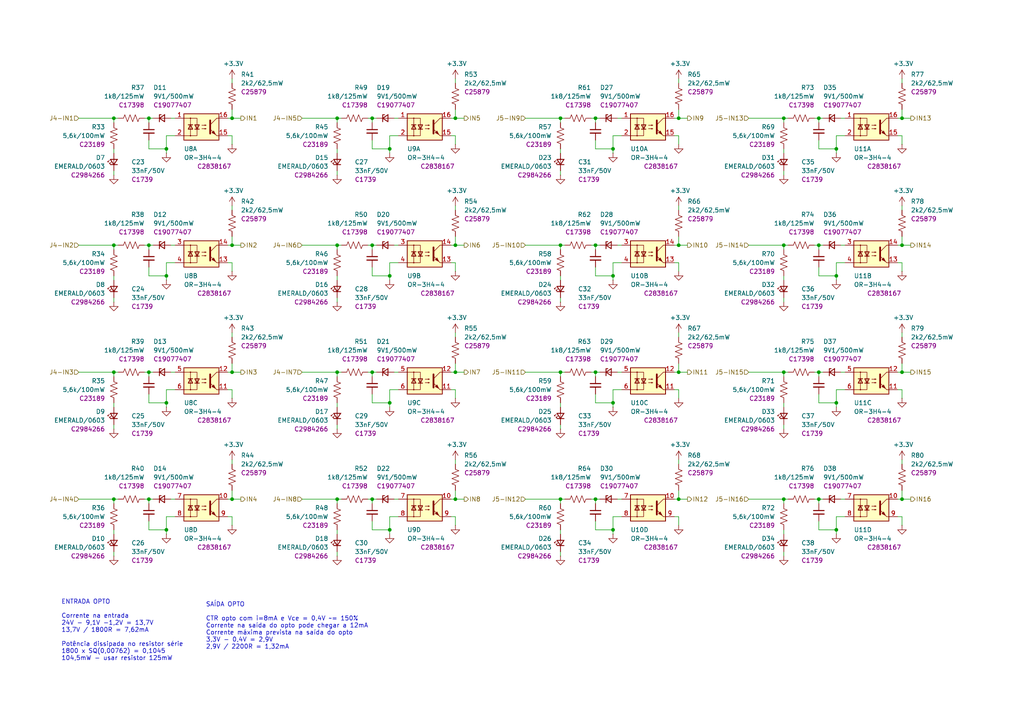
<source format=kicad_sch>
(kicad_sch (version 20231120) (generator "eeschema") (generator_version "8.0")
  (paper "A4")
  (title_block (title "ESP 16x 24VDC Input 16x 24VDC Output Module") (date "2024-11-06") (rev "V3"))
  (junction (at 113.03 43.18))
  (junction (at 177.8 153.67))
  (junction (at 227.33 144.78))
  (junction (at 237.49 34.29))
  (junction (at 132.08 34.29))
  (junction (at 196.85 144.78))
  (junction (at 97.79 107.95))
  (junction (at 48.26 43.18))
  (junction (at 172.72 71.12))
  (junction (at 97.79 71.12))
  (junction (at 113.03 153.67))
  (junction (at 237.49 71.12))
  (junction (at 107.95 144.78))
  (junction (at 162.56 71.12))
  (junction (at 43.18 71.12))
  (junction (at 33.02 144.78))
  (junction (at 107.95 34.29))
  (junction (at 227.33 107.95))
  (junction (at 48.26 153.67))
  (junction (at 237.49 107.95))
  (junction (at 162.56 107.95))
  (junction (at 97.79 34.29))
  (junction (at 162.56 144.78))
  (junction (at 172.72 107.95))
  (junction (at 132.08 107.95))
  (junction (at 242.57 80.01))
  (junction (at 261.62 144.78))
  (junction (at 67.31 71.12))
  (junction (at 48.26 116.84))
  (junction (at 227.33 34.29))
  (junction (at 33.02 34.29))
  (junction (at 261.62 34.29))
  (junction (at 97.79 144.78))
  (junction (at 67.31 144.78))
  (junction (at 107.95 71.12))
  (junction (at 132.08 71.12))
  (junction (at 237.49 144.78))
  (junction (at 196.85 34.29))
  (junction (at 172.72 34.29))
  (junction (at 196.85 71.12))
  (junction (at 113.03 116.84))
  (junction (at 67.31 107.95))
  (junction (at 48.26 80.01))
  (junction (at 242.57 153.67))
  (junction (at 242.57 116.84))
  (junction (at 43.18 34.29))
  (junction (at 227.33 71.12))
  (junction (at 132.08 144.78))
  (junction (at 172.72 144.78))
  (junction (at 242.57 43.18))
  (junction (at 177.8 80.01))
  (junction (at 177.8 43.18))
  (junction (at 162.56 34.29))
  (junction (at 33.02 107.95))
  (junction (at 196.85 107.95))
  (junction (at 107.95 107.95))
  (junction (at 33.02 71.12))
  (junction (at 261.62 107.95))
  (junction (at 67.31 34.29))
  (junction (at 43.18 107.95))
  (junction (at 43.18 144.78))
  (junction (at 177.8 116.84))
  (junction (at 261.62 71.12))
  (junction (at 113.03 80.01))
  (wire (pts (xy 245.11 76.2) (xy 242.57 76.2)))
  (wire (pts (xy 107.95 151.13) (xy 107.95 153.67)))
  (wire (pts (xy 22.86 144.78) (xy 33.02 144.78)))
  (wire (pts (xy 130.81 34.29) (xy 132.08 34.29)))
  (wire (pts (xy 22.86 107.95) (xy 33.02 107.95)))
  (wire (pts (xy 196.85 22.86) (xy 196.85 24.13)))
  (wire (pts (xy 43.18 77.47) (xy 43.18 80.01)))
  (wire (pts (xy 227.33 160.02) (xy 227.33 161.29)))
  (wire (pts (xy 33.02 86.36) (xy 33.02 87.63)))
  (wire (pts (xy 67.31 39.37) (xy 67.31 41.91)))
  (wire (pts (xy 97.79 116.84) (xy 97.79 118.11)))
  (wire (pts (xy 177.8 153.67) (xy 177.8 154.94)))
  (wire (pts (xy 242.57 39.37) (xy 242.57 43.18)))
  (wire (pts (xy 172.72 107.95) (xy 173.99 107.95)))
  (wire (pts (xy 33.02 34.29) (xy 33.02 35.56)))
  (wire (pts (xy 196.85 59.69) (xy 196.85 60.96)))
  (wire (pts (xy 50.8 149.86) (xy 48.26 149.86)))
  (wire (pts (xy 227.33 34.29) (xy 227.33 35.56)))
  (wire (pts (xy 196.85 149.86) (xy 196.85 152.4)))
  (wire (pts (xy 217.17 34.29) (xy 227.33 34.29)))
  (wire (pts (xy 132.08 76.2) (xy 132.08 78.74)))
  (wire (pts (xy 162.56 80.01) (xy 162.56 81.28)))
  (wire (pts (xy 242.57 76.2) (xy 242.57 80.01)))
  (wire (pts (xy 114.3 71.12) (xy 115.57 71.12)))
  (wire (pts (xy 48.26 113.03) (xy 48.26 116.84)))
  (wire (pts (xy 242.57 116.84) (xy 242.57 118.11)))
  (wire (pts (xy 243.84 144.78) (xy 245.11 144.78)))
  (wire (pts (xy 162.56 153.67) (xy 162.56 154.94)))
  (wire (pts (xy 162.56 71.12) (xy 162.56 72.39)))
  (wire (pts (xy 237.49 80.01) (xy 242.57 80.01)))
  (wire (pts (xy 22.86 34.29) (xy 33.02 34.29)))
  (wire (pts (xy 242.57 43.18) (xy 242.57 44.45)))
  (wire (pts (xy 130.81 144.78) (xy 132.08 144.78)))
  (wire (pts (xy 195.58 34.29) (xy 196.85 34.29)))
  (wire (pts (xy 260.35 107.95) (xy 261.62 107.95)))
  (wire (pts (xy 97.79 144.78) (xy 99.06 144.78)))
  (wire (pts (xy 179.07 71.12) (xy 180.34 71.12)))
  (wire (pts (xy 43.18 151.13) (xy 43.18 153.67)))
  (wire (pts (xy 152.4 71.12) (xy 162.56 71.12)))
  (wire (pts (xy 243.84 34.29) (xy 245.11 34.29)))
  (wire (pts (xy 107.95 146.05) (xy 107.95 144.78)))
  (wire (pts (xy 180.34 149.86) (xy 177.8 149.86)))
  (wire (pts (xy 217.17 71.12) (xy 227.33 71.12)))
  (wire (pts (xy 227.33 123.19) (xy 227.33 124.46)))
  (wire (pts (xy 87.63 144.78) (xy 97.79 144.78)))
  (wire (pts (xy 172.72 146.05) (xy 172.72 144.78)))
  (wire (pts (xy 43.18 107.95) (xy 44.45 107.95)))
  (wire (pts (xy 195.58 39.37) (xy 196.85 39.37)))
  (wire (pts (xy 196.85 142.24) (xy 196.85 144.78)))
  (wire (pts (xy 227.33 49.53) (xy 227.33 50.8)))
  (wire (pts (xy 33.02 144.78) (xy 33.02 146.05)))
  (wire (pts (xy 237.49 114.3) (xy 237.49 116.84)))
  (wire (pts (xy 107.95 71.12) (xy 109.22 71.12)))
  (wire (pts (xy 195.58 107.95) (xy 196.85 107.95)))
  (wire (pts (xy 97.79 86.36) (xy 97.79 87.63)))
  (wire (pts (xy 245.11 113.03) (xy 242.57 113.03)))
  (wire (pts (xy 261.62 59.69) (xy 261.62 60.96)))
  (wire (pts (xy 237.49 109.22) (xy 237.49 107.95)))
  (wire (pts (xy 261.62 149.86) (xy 261.62 152.4)))
  (wire (pts (xy 237.49 72.39) (xy 237.49 71.12)))
  (wire (pts (xy 87.63 34.29) (xy 97.79 34.29)))
  (wire (pts (xy 227.33 144.78) (xy 228.6 144.78)))
  (wire (pts (xy 162.56 144.78) (xy 162.56 146.05)))
  (wire (pts (xy 130.81 107.95) (xy 132.08 107.95)))
  (wire (pts (xy 106.68 71.12) (xy 107.95 71.12)))
  (wire (pts (xy 41.91 34.29) (xy 43.18 34.29)))
  (wire (pts (xy 152.4 34.29) (xy 162.56 34.29)))
  (wire (pts (xy 237.49 107.95) (xy 238.76 107.95)))
  (wire (pts (xy 195.58 149.86) (xy 196.85 149.86)))
  (wire (pts (xy 106.68 107.95) (xy 107.95 107.95)))
  (wire (pts (xy 162.56 34.29) (xy 162.56 35.56)))
  (wire (pts (xy 260.35 76.2) (xy 261.62 76.2)))
  (wire (pts (xy 43.18 72.39) (xy 43.18 71.12)))
  (wire (pts (xy 132.08 22.86) (xy 132.08 24.13)))
  (wire (pts (xy 43.18 146.05) (xy 43.18 144.78)))
  (wire (pts (xy 43.18 114.3) (xy 43.18 116.84)))
  (wire (pts (xy 261.62 107.95) (xy 264.16 107.95)))
  (wire (pts (xy 171.45 34.29) (xy 172.72 34.29)))
  (wire (pts (xy 66.04 113.03) (xy 67.31 113.03)))
  (wire (pts (xy 48.26 116.84) (xy 48.26 118.11)))
  (wire (pts (xy 172.72 71.12) (xy 173.99 71.12)))
  (wire (pts (xy 132.08 142.24) (xy 132.08 144.78)))
  (wire (pts (xy 107.95 109.22) (xy 107.95 107.95)))
  (wire (pts (xy 180.34 39.37) (xy 177.8 39.37)))
  (wire (pts (xy 162.56 123.19) (xy 162.56 124.46)))
  (wire (pts (xy 172.72 109.22) (xy 172.72 107.95)))
  (wire (pts (xy 177.8 113.03) (xy 177.8 116.84)))
  (wire (pts (xy 196.85 133.35) (xy 196.85 134.62)))
  (wire (pts (xy 97.79 34.29) (xy 99.06 34.29)))
  (wire (pts (xy 33.02 107.95) (xy 34.29 107.95)))
  (wire (pts (xy 33.02 107.95) (xy 33.02 109.22)))
  (wire (pts (xy 132.08 39.37) (xy 132.08 41.91)))
  (wire (pts (xy 172.72 35.56) (xy 172.72 34.29)))
  (wire (pts (xy 196.85 71.12) (xy 199.39 71.12)))
  (wire (pts (xy 67.31 76.2) (xy 67.31 78.74)))
  (wire (pts (xy 243.84 107.95) (xy 245.11 107.95)))
  (wire (pts (xy 41.91 71.12) (xy 43.18 71.12)))
  (wire (pts (xy 132.08 59.69) (xy 132.08 60.96)))
  (wire (pts (xy 179.07 107.95) (xy 180.34 107.95)))
  (wire (pts (xy 67.31 71.12) (xy 69.85 71.12)))
  (wire (pts (xy 67.31 31.75) (xy 67.31 34.29)))
  (wire (pts (xy 227.33 86.36) (xy 227.33 87.63)))
  (wire (pts (xy 67.31 96.52) (xy 67.31 97.79)))
  (wire (pts (xy 237.49 116.84) (xy 242.57 116.84)))
  (wire (pts (xy 217.17 107.95) (xy 227.33 107.95)))
  (wire (pts (xy 43.18 34.29) (xy 44.45 34.29)))
  (wire (pts (xy 115.57 39.37) (xy 113.03 39.37)))
  (wire (pts (xy 113.03 113.03) (xy 113.03 116.84)))
  (wire (pts (xy 107.95 153.67) (xy 113.03 153.67)))
  (wire (pts (xy 162.56 34.29) (xy 163.83 34.29)))
  (wire (pts (xy 48.26 153.67) (xy 48.26 154.94)))
  (wire (pts (xy 33.02 116.84) (xy 33.02 118.11)))
  (wire (pts (xy 162.56 86.36) (xy 162.56 87.63)))
  (wire (pts (xy 107.95 144.78) (xy 109.22 144.78)))
  (wire (pts (xy 33.02 123.19) (xy 33.02 124.46)))
  (wire (pts (xy 172.72 77.47) (xy 172.72 80.01)))
  (wire (pts (xy 171.45 107.95) (xy 172.72 107.95)))
  (wire (pts (xy 132.08 133.35) (xy 132.08 134.62)))
  (wire (pts (xy 48.26 76.2) (xy 48.26 80.01)))
  (wire (pts (xy 227.33 34.29) (xy 228.6 34.29)))
  (wire (pts (xy 113.03 39.37) (xy 113.03 43.18)))
  (wire (pts (xy 113.03 80.01) (xy 113.03 81.28)))
  (wire (pts (xy 43.18 35.56) (xy 43.18 34.29)))
  (wire (pts (xy 114.3 107.95) (xy 115.57 107.95)))
  (wire (pts (xy 180.34 113.03) (xy 177.8 113.03)))
  (wire (pts (xy 33.02 43.18) (xy 33.02 44.45)))
  (wire (pts (xy 49.53 107.95) (xy 50.8 107.95)))
  (wire (pts (xy 171.45 71.12) (xy 172.72 71.12)))
  (wire (pts (xy 236.22 144.78) (xy 237.49 144.78)))
  (wire (pts (xy 41.91 144.78) (xy 43.18 144.78)))
  (wire (pts (xy 177.8 116.84) (xy 177.8 118.11)))
  (wire (pts (xy 33.02 49.53) (xy 33.02 50.8)))
  (wire (pts (xy 43.18 40.64) (xy 43.18 43.18)))
  (wire (pts (xy 33.02 80.01) (xy 33.02 81.28)))
  (wire (pts (xy 43.18 71.12) (xy 44.45 71.12)))
  (wire (pts (xy 43.18 43.18) (xy 48.26 43.18)))
  (wire (pts (xy 43.18 144.78) (xy 44.45 144.78)))
  (wire (pts (xy 237.49 40.64) (xy 237.49 43.18)))
  (wire (pts (xy 196.85 113.03) (xy 196.85 115.57)))
  (wire (pts (xy 177.8 39.37) (xy 177.8 43.18)))
  (wire (pts (xy 106.68 144.78) (xy 107.95 144.78)))
  (wire (pts (xy 132.08 31.75) (xy 132.08 34.29)))
  (wire (pts (xy 97.79 123.19) (xy 97.79 124.46)))
  (wire (pts (xy 236.22 71.12) (xy 237.49 71.12)))
  (wire (pts (xy 162.56 43.18) (xy 162.56 44.45)))
  (wire (pts (xy 114.3 144.78) (xy 115.57 144.78)))
  (wire (pts (xy 227.33 144.78) (xy 227.33 146.05)))
  (wire (pts (xy 237.49 153.67) (xy 242.57 153.67)))
  (wire (pts (xy 132.08 144.78) (xy 134.62 144.78)))
  (wire (pts (xy 66.04 144.78) (xy 67.31 144.78)))
  (wire (pts (xy 242.57 113.03) (xy 242.57 116.84)))
  (wire (pts (xy 237.49 43.18) (xy 242.57 43.18)))
  (wire (pts (xy 171.45 144.78) (xy 172.72 144.78)))
  (wire (pts (xy 227.33 80.01) (xy 227.33 81.28)))
  (wire (pts (xy 107.95 80.01) (xy 113.03 80.01)))
  (wire (pts (xy 130.81 113.03) (xy 132.08 113.03)))
  (wire (pts (xy 48.26 80.01) (xy 48.26 81.28)))
  (wire (pts (xy 227.33 43.18) (xy 227.33 44.45)))
  (wire (pts (xy 196.85 34.29) (xy 199.39 34.29)))
  (wire (pts (xy 97.79 80.01) (xy 97.79 81.28)))
  (wire (pts (xy 115.57 113.03) (xy 113.03 113.03)))
  (wire (pts (xy 227.33 71.12) (xy 228.6 71.12)))
  (wire (pts (xy 50.8 39.37) (xy 48.26 39.37)))
  (wire (pts (xy 261.62 68.58) (xy 261.62 71.12)))
  (wire (pts (xy 33.02 160.02) (xy 33.02 161.29)))
  (wire (pts (xy 162.56 116.84) (xy 162.56 118.11)))
  (wire (pts (xy 217.17 144.78) (xy 227.33 144.78)))
  (wire (pts (xy 162.56 49.53) (xy 162.56 50.8)))
  (wire (pts (xy 261.62 31.75) (xy 261.62 34.29)))
  (wire (pts (xy 172.72 153.67) (xy 177.8 153.67)))
  (wire (pts (xy 132.08 71.12) (xy 134.62 71.12)))
  (wire (pts (xy 237.49 146.05) (xy 237.49 144.78)))
  (wire (pts (xy 236.22 34.29) (xy 237.49 34.29)))
  (wire (pts (xy 113.03 76.2) (xy 113.03 80.01)))
  (wire (pts (xy 66.04 76.2) (xy 67.31 76.2)))
  (wire (pts (xy 113.03 116.84) (xy 113.03 118.11)))
  (wire (pts (xy 179.07 34.29) (xy 180.34 34.29)))
  (wire (pts (xy 97.79 34.29) (xy 97.79 35.56)))
  (wire (pts (xy 33.02 144.78) (xy 34.29 144.78)))
  (wire (pts (xy 43.18 153.67) (xy 48.26 153.67)))
  (wire (pts (xy 50.8 113.03) (xy 48.26 113.03)))
  (wire (pts (xy 237.49 35.56) (xy 237.49 34.29)))
  (wire (pts (xy 67.31 34.29) (xy 69.85 34.29)))
  (wire (pts (xy 236.22 107.95) (xy 237.49 107.95)))
  (wire (pts (xy 67.31 133.35) (xy 67.31 134.62)))
  (wire (pts (xy 177.8 80.01) (xy 177.8 81.28)))
  (wire (pts (xy 107.95 35.56) (xy 107.95 34.29)))
  (wire (pts (xy 172.72 114.3) (xy 172.72 116.84)))
  (wire (pts (xy 227.33 116.84) (xy 227.33 118.11)))
  (wire (pts (xy 172.72 80.01) (xy 177.8 80.01)))
  (wire (pts (xy 67.31 68.58) (xy 67.31 71.12)))
  (wire (pts (xy 87.63 71.12) (xy 97.79 71.12)))
  (wire (pts (xy 67.31 59.69) (xy 67.31 60.96)))
  (wire (pts (xy 261.62 96.52) (xy 261.62 97.79)))
  (wire (pts (xy 97.79 160.02) (xy 97.79 161.29)))
  (wire (pts (xy 66.04 107.95) (xy 67.31 107.95)))
  (wire (pts (xy 237.49 151.13) (xy 237.49 153.67)))
  (wire (pts (xy 97.79 71.12) (xy 97.79 72.39)))
  (wire (pts (xy 67.31 113.03) (xy 67.31 115.57)))
  (wire (pts (xy 107.95 40.64) (xy 107.95 43.18)))
  (wire (pts (xy 107.95 34.29) (xy 109.22 34.29)))
  (wire (pts (xy 152.4 144.78) (xy 162.56 144.78)))
  (wire (pts (xy 242.57 80.01) (xy 242.57 81.28)))
  (wire (pts (xy 227.33 107.95) (xy 227.33 109.22)))
  (wire (pts (xy 50.8 76.2) (xy 48.26 76.2)))
  (wire (pts (xy 261.62 22.86) (xy 261.62 24.13)))
  (wire (pts (xy 33.02 153.67) (xy 33.02 154.94)))
  (wire (pts (xy 33.02 71.12) (xy 33.02 72.39)))
  (wire (pts (xy 227.33 71.12) (xy 227.33 72.39)))
  (wire (pts (xy 107.95 116.84) (xy 113.03 116.84)))
  (wire (pts (xy 196.85 68.58) (xy 196.85 71.12)))
  (wire (pts (xy 261.62 105.41) (xy 261.62 107.95)))
  (wire (pts (xy 260.35 39.37) (xy 261.62 39.37)))
  (wire (pts (xy 162.56 144.78) (xy 163.83 144.78)))
  (wire (pts (xy 41.91 107.95) (xy 43.18 107.95)))
  (wire (pts (xy 242.57 153.67) (xy 242.57 154.94)))
  (wire (pts (xy 22.86 71.12) (xy 33.02 71.12)))
  (wire (pts (xy 97.79 43.18) (xy 97.79 44.45)))
  (wire (pts (xy 132.08 113.03) (xy 132.08 115.57)))
  (wire (pts (xy 177.8 149.86) (xy 177.8 153.67)))
  (wire (pts (xy 130.81 71.12) (xy 132.08 71.12)))
  (wire (pts (xy 107.95 114.3) (xy 107.95 116.84)))
  (wire (pts (xy 261.62 144.78) (xy 264.16 144.78)))
  (wire (pts (xy 66.04 39.37) (xy 67.31 39.37)))
  (wire (pts (xy 130.81 149.86) (xy 132.08 149.86)))
  (wire (pts (xy 261.62 142.24) (xy 261.62 144.78)))
  (wire (pts (xy 196.85 39.37) (xy 196.85 41.91)))
  (wire (pts (xy 49.53 34.29) (xy 50.8 34.29)))
  (wire (pts (xy 107.95 107.95) (xy 109.22 107.95)))
  (wire (pts (xy 97.79 107.95) (xy 97.79 109.22)))
  (wire (pts (xy 132.08 96.52) (xy 132.08 97.79)))
  (wire (pts (xy 195.58 144.78) (xy 196.85 144.78)))
  (wire (pts (xy 130.81 76.2) (xy 132.08 76.2)))
  (wire (pts (xy 260.35 113.03) (xy 261.62 113.03)))
  (wire (pts (xy 162.56 107.95) (xy 163.83 107.95)))
  (wire (pts (xy 113.03 43.18) (xy 113.03 44.45)))
  (wire (pts (xy 261.62 113.03) (xy 261.62 115.57)))
  (wire (pts (xy 67.31 105.41) (xy 67.31 107.95)))
  (wire (pts (xy 67.31 144.78) (xy 69.85 144.78)))
  (wire (pts (xy 132.08 34.29) (xy 134.62 34.29)))
  (wire (pts (xy 172.72 151.13) (xy 172.72 153.67)))
  (wire (pts (xy 172.72 144.78) (xy 173.99 144.78)))
  (wire (pts (xy 260.35 149.86) (xy 261.62 149.86)))
  (wire (pts (xy 196.85 107.95) (xy 199.39 107.95)))
  (wire (pts (xy 162.56 160.02) (xy 162.56 161.29)))
  (wire (pts (xy 97.79 71.12) (xy 99.06 71.12)))
  (wire (pts (xy 227.33 107.95) (xy 228.6 107.95)))
  (wire (pts (xy 48.26 39.37) (xy 48.26 43.18)))
  (wire (pts (xy 261.62 71.12) (xy 264.16 71.12)))
  (wire (pts (xy 66.04 71.12) (xy 67.31 71.12)))
  (wire (pts (xy 243.84 71.12) (xy 245.11 71.12)))
  (wire (pts (xy 162.56 107.95) (xy 162.56 109.22)))
  (wire (pts (xy 67.31 107.95) (xy 69.85 107.95)))
  (wire (pts (xy 195.58 113.03) (xy 196.85 113.03)))
  (wire (pts (xy 67.31 142.24) (xy 67.31 144.78)))
  (wire (pts (xy 130.81 39.37) (xy 132.08 39.37)))
  (wire (pts (xy 162.56 71.12) (xy 163.83 71.12)))
  (wire (pts (xy 107.95 72.39) (xy 107.95 71.12)))
  (wire (pts (xy 260.35 34.29) (xy 261.62 34.29)))
  (wire (pts (xy 261.62 39.37) (xy 261.62 41.91)))
  (wire (pts (xy 115.57 149.86) (xy 113.03 149.86)))
  (wire (pts (xy 261.62 34.29) (xy 264.16 34.29)))
  (wire (pts (xy 97.79 153.67) (xy 97.79 154.94)))
  (wire (pts (xy 113.03 153.67) (xy 113.03 154.94)))
  (wire (pts (xy 180.34 76.2) (xy 177.8 76.2)))
  (wire (pts (xy 33.02 34.29) (xy 34.29 34.29)))
  (wire (pts (xy 132.08 68.58) (xy 132.08 71.12)))
  (wire (pts (xy 107.95 77.47) (xy 107.95 80.01)))
  (wire (pts (xy 97.79 49.53) (xy 97.79 50.8)))
  (wire (pts (xy 49.53 71.12) (xy 50.8 71.12)))
  (wire (pts (xy 261.62 133.35) (xy 261.62 134.62)))
  (wire (pts (xy 106.68 34.29) (xy 107.95 34.29)))
  (wire (pts (xy 43.18 116.84) (xy 48.26 116.84)))
  (wire (pts (xy 33.02 71.12) (xy 34.29 71.12)))
  (wire (pts (xy 196.85 96.52) (xy 196.85 97.79)))
  (wire (pts (xy 172.72 40.64) (xy 172.72 43.18)))
  (wire (pts (xy 237.49 34.29) (xy 238.76 34.29)))
  (wire (pts (xy 177.8 76.2) (xy 177.8 80.01)))
  (wire (pts (xy 237.49 144.78) (xy 238.76 144.78)))
  (wire (pts (xy 66.04 149.86) (xy 67.31 149.86)))
  (wire (pts (xy 242.57 149.86) (xy 242.57 153.67)))
  (wire (pts (xy 152.4 107.95) (xy 162.56 107.95)))
  (wire (pts (xy 172.72 72.39) (xy 172.72 71.12)))
  (wire (pts (xy 195.58 76.2) (xy 196.85 76.2)))
  (wire (pts (xy 48.26 43.18) (xy 48.26 44.45)))
  (wire (pts (xy 237.49 71.12) (xy 238.76 71.12)))
  (wire (pts (xy 195.58 71.12) (xy 196.85 71.12)))
  (wire (pts (xy 172.72 116.84) (xy 177.8 116.84)))
  (wire (pts (xy 115.57 76.2) (xy 113.03 76.2)))
  (wire (pts (xy 107.95 43.18) (xy 113.03 43.18)))
  (wire (pts (xy 97.79 107.95) (xy 99.06 107.95)))
  (wire (pts (xy 261.62 76.2) (xy 261.62 78.74)))
  (wire (pts (xy 113.03 149.86) (xy 113.03 153.67)))
  (wire (pts (xy 196.85 31.75) (xy 196.85 34.29)))
  (wire (pts (xy 67.31 149.86) (xy 67.31 152.4)))
  (wire (pts (xy 97.79 144.78) (xy 97.79 146.05)))
  (wire (pts (xy 245.11 39.37) (xy 242.57 39.37)))
  (wire (pts (xy 196.85 105.41) (xy 196.85 107.95)))
  (wire (pts (xy 177.8 43.18) (xy 177.8 44.45)))
  (wire (pts (xy 196.85 76.2) (xy 196.85 78.74)))
  (wire (pts (xy 132.08 149.86) (xy 132.08 152.4)))
  (wire (pts (xy 43.18 80.01) (xy 48.26 80.01)))
  (wire (pts (xy 49.53 144.78) (xy 50.8 144.78)))
  (wire (pts (xy 132.08 105.41) (xy 132.08 107.95)))
  (wire (pts (xy 172.72 43.18) (xy 177.8 43.18)))
  (wire (pts (xy 237.49 77.47) (xy 237.49 80.01)))
  (wire (pts (xy 196.85 144.78) (xy 199.39 144.78)))
  (wire (pts (xy 227.33 153.67) (xy 227.33 154.94)))
  (wire (pts (xy 179.07 144.78) (xy 180.34 144.78)))
  (wire (pts (xy 245.11 149.86) (xy 242.57 149.86)))
  (wire (pts (xy 67.31 22.86) (xy 67.31 24.13)))
  (wire (pts (xy 43.18 109.22) (xy 43.18 107.95)))
  (wire (pts (xy 132.08 107.95) (xy 134.62 107.95)))
  (wire (pts (xy 260.35 144.78) (xy 261.62 144.78)))
  (wire (pts (xy 87.63 107.95) (xy 97.79 107.95)))
  (wire (pts (xy 114.3 34.29) (xy 115.57 34.29)))
  (wire (pts (xy 172.72 34.29) (xy 173.99 34.29)))
  (wire (pts (xy 66.04 34.29) (xy 67.31 34.29)))
  (wire (pts (xy 260.35 71.12) (xy 261.62 71.12)))
  (wire (pts (xy 48.26 149.86) (xy 48.26 153.67)))
  (text "ENTRADA OPTO\n\nCorrente na entrada\n24V - 9,1V -1,2V = 13,7V\n13,7V / 1800R = 7,62mA\n\nPotência dissipada no resistor série\n1800 x SQ(0,00762) = 0,1045\n104,5mW - usar resistor 125mW" (at 17.78 191.77 0) (effects (font (size 1.27 1.27)) (justify left bottom)))
  (text "SAÍDA OPTO\n\nCTR opto com i=8mA e Vce = 0,4V ~= 150%\nCorrente na saída do opto pode chegar a 12mA\nCorrente máxima prevista na saída do opto\n3,3V - 0,4V = 2,9V\n2,9V / 2200R = 1,32mA\n\n" (at 59.69 190.5 0) (effects (font (size 1.27 1.27)) (justify left bottom)))
  (hierarchical_label "IN10" (shape output) (at 199.39 71.12 0))
  (hierarchical_label "IN6" (shape output) (at 134.62 71.12 0))
  (hierarchical_label "IN9" (shape output) (at 199.39 34.29 0))
  (hierarchical_label "IN11" (shape output) (at 199.39 107.95 0))
  (hierarchical_label "J4-IN8" (shape input) (at 87.63 144.78 180))
  (hierarchical_label "IN3" (shape output) (at 69.85 107.95 0))
  (hierarchical_label "J4-IN2" (shape input) (at 22.86 71.12 180))
  (hierarchical_label "IN4" (shape output) (at 69.85 144.78 0))
  (hierarchical_label "IN1" (shape output) (at 69.85 34.29 0))
  (hierarchical_label "IN16" (shape output) (at 264.16 144.78 0))
  (hierarchical_label "IN15" (shape output) (at 264.16 107.95 0))
  (hierarchical_label "J4-IN6" (shape input) (at 87.63 71.12 180))
  (hierarchical_label "J4-IN4" (shape input) (at 22.86 144.78 180))
  (hierarchical_label "J5-IN13" (shape input) (at 217.17 34.29 180))
  (hierarchical_label "IN14" (shape output) (at 264.16 71.12 0))
  (hierarchical_label "J5-IN15" (shape input) (at 217.17 107.95 180))
  (hierarchical_label "J4-IN5" (shape input) (at 87.63 34.29 180))
  (hierarchical_label "IN13" (shape output) (at 264.16 34.29 0))
  (hierarchical_label "IN7" (shape output) (at 134.62 107.95 0))
  (hierarchical_label "IN2" (shape output) (at 69.85 71.12 0))
  (hierarchical_label "J5-IN16" (shape input) (at 217.17 144.78 180))
  (hierarchical_label "J5-IN9" (shape input) (at 152.4 34.29 180))
  (hierarchical_label "J5-IN10" (shape input) (at 152.4 71.12 180))
  (hierarchical_label "IN12" (shape output) (at 199.39 144.78 0))
  (hierarchical_label "IN8" (shape output) (at 134.62 144.78 0))
  (hierarchical_label "J5-IN11" (shape input) (at 152.4 107.95 180))
  (hierarchical_label "J4-IN3" (shape input) (at 22.86 107.95 180))
  (hierarchical_label "J4-IN7" (shape input) (at 87.63 107.95 180))
  (hierarchical_label "J4-IN1" (shape input) (at 22.86 34.29 180))
  (hierarchical_label "J5-IN14" (shape input) (at 217.17 71.12 180))
  (hierarchical_label "J5-IN12" (shape input) (at 152.4 144.78 180))
  (hierarchical_label "IN5" (shape output) (at 134.62 34.29 0))
  (symbol (lib_id "Tales:OR-3H4-4") (at 252.73 73.66 0) (unit 2)
    (property "Reference" "U11" (at 247.65 80.01 0) (effects (justify left)))
    (property "Value" "OR-3H4-4" (at 247.65 82.55 0) (effects (justify left)))
    (property "Footprint" "Tales:SOP-16_4.4x10.4mm_P1.27mm" (effects (hide yes)))
    (property "JLCPCB BOM" "1" (effects (hide yes)))
    (property "LCSC Part #" "C2838167" (at 251.46 85.09 0) (effects (justify left)))
    (property "Mfr PN" "OR-3H4-4GB-TA1-GK" (effects (hide yes)))
    (property "Vendor PN" "C2838167" (effects (hide yes)))
    (property "Case" "SOP-16-4.4" (effects (hide yes)))
    (property "Mfr" "Orient" (effects (hide yes)))
    (property "Vendor" "JLCPCB" (effects (hide yes)))
  )
  (symbol (lib_id "power:GND") (at 261.62 41.91 0) (unit 1)
    (property "Reference" "#PWR0130" (effects (hide yes)))
    (property "Value" "GND" (effects (hide yes)))
    (property "Description" "Power symbol creates a global label with name \"GND\" , ground" (effects (hide yes)))
  )
  (symbol (lib_id "Device:R_US") (at 227.33 76.2 0) (unit 1)
    (property "Reference" "R70" (at 224.79 73.66 0) (effects (justify right)))
    (property "Value" "5,6k/100mW" (at 224.79 76.2 0) (effects (justify right)))
    (property "Footprint" "Tales:R_0603_1608Metric" (effects (hide yes)))
    (property "Case" "0603/1608" (effects (hide yes)))
    (property "Mfr" "Uniroyal" (effects (hide yes)))
    (property "Mfr PN" "0603WAF5601T5E" (effects (hide yes)))
    (property "Vendor" "JLCPCB" (effects (hide yes)))
    (property "Vendor PN" "C23189" (effects (hide yes)))
    (property "LCSC Part #" "C23189" (at 224.79 78.74 0) (effects (justify right)))
    (property "JLCPCB BOM" "1" (effects (hide yes)))
  )
  (symbol (lib_id "power:GND") (at 48.26 44.45 0) (unit 1)
    (property "Reference" "#PWR077" (effects (hide yes)))
    (property "Value" "GND" (effects (hide yes)))
    (property "Description" "Power symbol creates a global label with name \"GND\" , ground" (effects (hide yes)))
  )
  (symbol (lib_id "Device:C_Small") (at 107.95 148.59 0) (unit 1)
    (property "Reference" "C30" (at 102.87 157.48 0) (effects (justify left)))
    (property "Value" "33nF/50V" (at 102.87 160.02 0) (effects (justify left)))
    (property "Footprint" "Tales:C_0805_2012Metric" (effects (hide yes)))
    (property "Technology" "Ceramic" (effects (hide yes)))
    (property "Case" "0805/2012" (effects (hide yes)))
    (property "Mfr" "FH" (effects (hide yes)))
    (property "Mfr PN" "0805B333K500NT" (effects (hide yes)))
    (property "Vendor" "JLCPCB" (effects (hide yes)))
    (property "Vendor PN" "C1739" (effects (hide yes)))
    (property "LCSC Part #" "C1739" (at 102.87 162.56 0) (effects (justify left)))
    (property "JLCPCB BOM" "1" (effects (hide yes)))
  )
  (symbol (lib_id "Device:R_US") (at 167.64 34.29 270) (unit 1)
    (property "Reference" "R61" (at 171.45 25.4 90) (effects (justify right)))
    (property "Value" "1k8/125mW" (at 171.45 27.94 90) (effects (justify right)))
    (property "Footprint" "Tales:R_0805_2012Metric" (effects (hide yes)))
    (property "Case" "0805/2012" (effects (hide yes)))
    (property "Mfr" "Uniroyal" (effects (hide yes)))
    (property "Vendor" "JLCPCB" (effects (hide yes)))
    (property "Mfr PN" "0805W8F1801T5E" (effects (hide yes)))
    (property "Vendor PN" "C17398" (effects (hide yes)))
    (property "LCSC Part #" "C17398" (at 171.45 30.48 90) (effects (justify right)))
    (property "JLCPCB BOM" "1" (effects (hide yes)))
  )
  (symbol (lib_id "Device:LED_Small") (at 33.02 46.99 90) (unit 1)
    (property "Reference" "D7" (at 30.48 45.72 90) (effects (justify left)))
    (property "Value" "EMERALD/0603" (at 30.48 48.26 90) (effects (justify left)))
    (property "Footprint" "Tales:LED_0603_1608Metric" (effects (hide yes)))
    (property "Case" "0603/1608" (effects (hide yes)))
    (property "Mfr" "Everlight Elec" (effects (hide yes)))
    (property "Mfr PN" "19-213/GHC-XS1T1N/5T" (effects (hide yes)))
    (property "Vendor" "JLCPCB" (effects (hide yes)))
    (property "Vendor PN" "C2984266" (effects (hide yes)))
    (property "LCSC Part #" "C2984266" (at 30.48 50.8 90) (effects (justify left)))
    (property "JLCPCB BOM" "1" (effects (hide yes)))
  )
  (symbol (lib_id "Device:C_Small") (at 237.49 38.1 0) (unit 1)
    (property "Reference" "C35" (at 232.41 46.99 0) (effects (justify left)))
    (property "Value" "33nF/50V" (at 232.41 49.53 0) (effects (justify left)))
    (property "Footprint" "Tales:C_0805_2012Metric" (effects (hide yes)))
    (property "Technology" "Ceramic" (effects (hide yes)))
    (property "Case" "0805/2012" (effects (hide yes)))
    (property "Mfr" "FH" (effects (hide yes)))
    (property "Mfr PN" "0805B333K500NT" (effects (hide yes)))
    (property "Vendor" "JLCPCB" (effects (hide yes)))
    (property "Vendor PN" "C1739" (effects (hide yes)))
    (property "LCSC Part #" "C1739" (at 232.41 52.07 0) (effects (justify left)))
    (property "JLCPCB BOM" "1" (effects (hide yes)))
  )
  (symbol (lib_id "power:GND") (at 48.26 81.28 0) (unit 1)
    (property "Reference" "#PWR078" (effects (hide yes)))
    (property "Value" "GND" (effects (hide yes)))
    (property "Description" "Power symbol creates a global label with name \"GND\" , ground" (effects (hide yes)))
  )
  (symbol (lib_id "Device:C_Small") (at 43.18 111.76 0) (unit 1)
    (property "Reference" "C25" (at 38.1 120.65 0) (effects (justify left)))
    (property "Value" "33nF/50V" (at 38.1 123.19 0) (effects (justify left)))
    (property "Footprint" "Tales:C_0805_2012Metric" (effects (hide yes)))
    (property "Technology" "Ceramic" (effects (hide yes)))
    (property "Case" "0805/2012" (effects (hide yes)))
    (property "Mfr" "FH" (effects (hide yes)))
    (property "Mfr PN" "0805B333K500NT" (effects (hide yes)))
    (property "Vendor" "JLCPCB" (effects (hide yes)))
    (property "Vendor PN" "C1739" (effects (hide yes)))
    (property "LCSC Part #" "C1739" (at 38.1 125.73 0) (effects (justify left)))
    (property "JLCPCB BOM" "1" (effects (hide yes)))
  )
  (symbol (lib_id "Device:R_US") (at 97.79 113.03 0) (unit 1)
    (property "Reference" "R47" (at 95.25 110.49 0) (effects (justify right)))
    (property "Value" "5,6k/100mW" (at 95.25 113.03 0) (effects (justify right)))
    (property "Footprint" "Tales:R_0603_1608Metric" (effects (hide yes)))
    (property "Case" "0603/1608" (effects (hide yes)))
    (property "Mfr" "Uniroyal" (effects (hide yes)))
    (property "Mfr PN" "0603WAF5601T5E" (effects (hide yes)))
    (property "Vendor" "JLCPCB" (effects (hide yes)))
    (property "Vendor PN" "C23189" (effects (hide yes)))
    (property "LCSC Part #" "C23189" (at 95.25 115.57 0) (effects (justify right)))
    (property "JLCPCB BOM" "1" (effects (hide yes)))
  )
  (symbol (lib_id "power:GND") (at 132.08 41.91 0) (unit 1)
    (property "Reference" "#PWR098" (effects (hide yes)))
    (property "Value" "GND" (effects (hide yes)))
    (property "Description" "Power symbol creates a global label with name \"GND\" , ground" (effects (hide yes)))
  )
  (symbol (lib_id "Device:LED_Small") (at 162.56 120.65 90) (unit 1)
    (property "Reference" "D25" (at 160.02 119.38 90) (effects (justify left)))
    (property "Value" "EMERALD/0603" (at 160.02 121.92 90) (effects (justify left)))
    (property "Footprint" "Tales:LED_0603_1608Metric" (effects (hide yes)))
    (property "Case" "0603/1608" (effects (hide yes)))
    (property "Mfr" "Everlight Elec" (effects (hide yes)))
    (property "Mfr PN" "19-213/GHC-XS1T1N/5T" (effects (hide yes)))
    (property "Vendor" "JLCPCB" (effects (hide yes)))
    (property "Vendor PN" "C2984266" (effects (hide yes)))
    (property "LCSC Part #" "C2984266" (at 160.02 124.46 90) (effects (justify left)))
    (property "JLCPCB BOM" "1" (effects (hide yes)))
  )
  (symbol (lib_id "power:GND") (at 261.62 115.57 0) (unit 1)
    (property "Reference" "#PWR0134" (effects (hide yes)))
    (property "Value" "GND" (effects (hide yes)))
    (property "Description" "Power symbol creates a global label with name \"GND\" , ground" (effects (hide yes)))
  )
  (symbol (lib_id "Device:R_US") (at 67.31 27.94 0) (unit 1)
    (property "Reference" "R41" (at 69.85 21.59 0) (effects (justify left)))
    (property "Value" "2k2/62,5mW" (at 69.85 24.13 0) (effects (justify left)))
    (property "Footprint" "Tales:R_0402_1005Metric" (effects (hide yes)))
    (property "Case" "0402/1005" (effects (hide yes)))
    (property "Mfr" "Uniroyal" (effects (hide yes)))
    (property "Vendor" "JLCPCB" (effects (hide yes)))
    (property "Mfr PN" "0402WGF2201TCE" (effects (hide yes)))
    (property "Vendor PN" "C25879" (effects (hide yes)))
    (property "LCSC Part #" "C25879" (at 69.85 26.67 0) (effects (justify left)))
    (property "JLCPCB BOM" "1" (effects (hide yes)))
  )
  (symbol (lib_id "Device:LED_Small") (at 97.79 83.82 90) (unit 1)
    (property "Reference" "D16" (at 95.25 82.55 90) (effects (justify left)))
    (property "Value" "EMERALD/0603" (at 95.25 85.09 90) (effects (justify left)))
    (property "Footprint" "Tales:LED_0603_1608Metric" (effects (hide yes)))
    (property "Case" "0603/1608" (effects (hide yes)))
    (property "Mfr" "Everlight Elec" (effects (hide yes)))
    (property "Mfr PN" "19-213/GHC-XS1T1N/5T" (effects (hide yes)))
    (property "Vendor" "JLCPCB" (effects (hide yes)))
    (property "Vendor PN" "C2984266" (effects (hide yes)))
    (property "LCSC Part #" "C2984266" (at 95.25 87.63 90) (effects (justify left)))
    (property "JLCPCB BOM" "1" (effects (hide yes)))
  )
  (symbol (lib_id "Device:C_Small") (at 237.49 148.59 0) (unit 1)
    (property "Reference" "C38" (at 232.41 157.48 0) (effects (justify left)))
    (property "Value" "33nF/50V" (at 232.41 160.02 0) (effects (justify left)))
    (property "Footprint" "Tales:C_0805_2012Metric" (effects (hide yes)))
    (property "Technology" "Ceramic" (effects (hide yes)))
    (property "Case" "0805/2012" (effects (hide yes)))
    (property "Mfr" "FH" (effects (hide yes)))
    (property "Mfr PN" "0805B333K500NT" (effects (hide yes)))
    (property "Vendor" "JLCPCB" (effects (hide yes)))
    (property "Vendor PN" "C1739" (effects (hide yes)))
    (property "LCSC Part #" "C1739" (at 232.41 162.56 0) (effects (justify left)))
    (property "JLCPCB BOM" "1" (effects (hide yes)))
  )
  (symbol (lib_id "power:GND") (at 67.31 115.57 0) (unit 1)
    (property "Reference" "#PWR086" (effects (hide yes)))
    (property "Value" "GND" (effects (hide yes)))
    (property "Description" "Power symbol creates a global label with name \"GND\" , ground" (effects (hide yes)))
  )
  (symbol (lib_id "Device:R_US") (at 232.41 144.78 270) (unit 1)
    (property "Reference" "R76" (at 236.22 135.89 90) (effects (justify right)))
    (property "Value" "1k8/125mW" (at 236.22 138.43 90) (effects (justify right)))
    (property "Footprint" "Tales:R_0805_2012Metric" (effects (hide yes)))
    (property "Case" "0805/2012" (effects (hide yes)))
    (property "Mfr" "Uniroyal" (effects (hide yes)))
    (property "Vendor" "JLCPCB" (effects (hide yes)))
    (property "Mfr PN" "0805W8F1801T5E" (effects (hide yes)))
    (property "Vendor PN" "C17398" (effects (hide yes)))
    (property "LCSC Part #" "C17398" (at 236.22 140.97 90) (effects (justify right)))
    (property "JLCPCB BOM" "1" (effects (hide yes)))
  )
  (symbol (lib_id "power:GND") (at 177.8 44.45 0) (unit 1)
    (property "Reference" "#PWR0109" (effects (hide yes)))
    (property "Value" "GND" (effects (hide yes)))
    (property "Description" "Power symbol creates a global label with name \"GND\" , ground" (effects (hide yes)))
  )
  (symbol (lib_id "power:GND") (at 33.02 87.63 0) (unit 1)
    (property "Reference" "#PWR074" (effects (hide yes)))
    (property "Value" "GND" (effects (hide yes)))
    (property "Description" "Power symbol creates a global label with name \"GND\" , ground" (effects (hide yes)))
  )
  (symbol (lib_id "power:GND") (at 162.56 161.29 0) (unit 1)
    (property "Reference" "#PWR0108" (effects (hide yes)))
    (property "Value" "GND" (effects (hide yes)))
    (property "Description" "Power symbol creates a global label with name \"GND\" , ground" (effects (hide yes)))
  )
  (symbol (lib_id "Device:D_Zener_Small") (at 111.76 107.95 0) (unit 1)
    (property "Reference" "D21" (at 109.22 99.06 0) (effects (justify left)))
    (property "Value" "9V1/500mW" (at 109.22 101.6 0) (effects (justify left)))
    (property "Footprint" "Tales:D_SOD-123" (effects (hide yes)))
    (property "Case" "SOD-123" (effects (hide yes)))
    (property "Mfr" "hongjiacheng" (effects (hide yes)))
    (property "Mfr PN" "BZT52C9V1" (effects (hide yes)))
    (property "Technology" "Zener" (effects (hide yes)))
    (property "Vendor" "JLCPCB" (effects (hide yes)))
    (property "Vendor PN" "C19077407" (effects (hide yes)))
    (property "JLCPCB BOM" "1" (effects (hide yes)))
    (property "LCSC Part #" "C19077407" (at 109.22 104.14 0) (effects (justify left)))
  )
  (symbol (lib_id "Device:R_US") (at 102.87 107.95 270) (unit 1)
    (property "Reference" "R51" (at 106.68 99.06 90) (effects (justify right)))
    (property "Value" "1k8/125mW" (at 106.68 101.6 90) (effects (justify right)))
    (property "Footprint" "Tales:R_0805_2012Metric" (effects (hide yes)))
    (property "Case" "0805/2012" (effects (hide yes)))
    (property "Mfr" "Uniroyal" (effects (hide yes)))
    (property "Vendor" "JLCPCB" (effects (hide yes)))
    (property "Mfr PN" "0805W8F1801T5E" (effects (hide yes)))
    (property "Vendor PN" "C17398" (effects (hide yes)))
    (property "LCSC Part #" "C17398" (at 106.68 104.14 90) (effects (justify right)))
    (property "JLCPCB BOM" "1" (effects (hide yes)))
  )
  (symbol (lib_id "power:GND") (at 177.8 81.28 0) (unit 1)
    (property "Reference" "#PWR0110" (effects (hide yes)))
    (property "Value" "GND" (effects (hide yes)))
    (property "Description" "Power symbol creates a global label with name \"GND\" , ground" (effects (hide yes)))
  )
  (symbol (lib_id "Device:R_US") (at 102.87 34.29 270) (unit 1)
    (property "Reference" "R49" (at 106.68 25.4 90) (effects (justify right)))
    (property "Value" "1k8/125mW" (at 106.68 27.94 90) (effects (justify right)))
    (property "Footprint" "Tales:R_0805_2012Metric" (effects (hide yes)))
    (property "Case" "0805/2012" (effects (hide yes)))
    (property "Mfr" "Uniroyal" (effects (hide yes)))
    (property "Vendor" "JLCPCB" (effects (hide yes)))
    (property "Mfr PN" "0805W8F1801T5E" (effects (hide yes)))
    (property "Vendor PN" "C17398" (effects (hide yes)))
    (property "LCSC Part #" "C17398" (at 106.68 30.48 90) (effects (justify right)))
    (property "JLCPCB BOM" "1" (effects (hide yes)))
  )
  (symbol (lib_id "Tales:+3.3V") (at 132.08 59.69 0) (unit 1)
    (property "Reference" "#PWR099" (effects (hide yes)))
    (property "Value" "+3.3V" (at 132.461 55.2958 0))
    (property "Description" "Power symbol creates a global label with name \"+3.3V\"" (effects (hide yes)))
  )
  (symbol (lib_id "Tales:+3.3V") (at 196.85 133.35 0) (unit 1)
    (property "Reference" "#PWR0119" (effects (hide yes)))
    (property "Value" "+3.3V" (at 197.231 128.9558 0))
    (property "Description" "Power symbol creates a global label with name \"+3.3V\"" (effects (hide yes)))
  )
  (symbol (lib_id "Device:R_US") (at 196.85 101.6 0) (unit 1)
    (property "Reference" "R67" (at 199.39 95.25 0) (effects (justify left)))
    (property "Value" "2k2/62,5mW" (at 199.39 97.79 0) (effects (justify left)))
    (property "Footprint" "Tales:R_0402_1005Metric" (effects (hide yes)))
    (property "Case" "0402/1005" (effects (hide yes)))
    (property "Mfr" "Uniroyal" (effects (hide yes)))
    (property "Vendor" "JLCPCB" (effects (hide yes)))
    (property "Mfr PN" "0402WGF2201TCE" (effects (hide yes)))
    (property "Vendor PN" "C25879" (effects (hide yes)))
    (property "LCSC Part #" "C25879" (at 199.39 100.33 0) (effects (justify left)))
    (property "JLCPCB BOM" "1" (effects (hide yes)))
  )
  (symbol (lib_id "power:GND") (at 177.8 118.11 0) (unit 1)
    (property "Reference" "#PWR0111" (effects (hide yes)))
    (property "Value" "GND" (effects (hide yes)))
    (property "Description" "Power symbol creates a global label with name \"GND\" , ground" (effects (hide yes)))
  )
  (symbol (lib_id "power:GND") (at 227.33 124.46 0) (unit 1)
    (property "Reference" "#PWR0123" (effects (hide yes)))
    (property "Value" "GND" (effects (hide yes)))
    (property "Description" "Power symbol creates a global label with name \"GND\" , ground" (effects (hide yes)))
  )
  (symbol (lib_id "power:GND") (at 113.03 118.11 0) (unit 1)
    (property "Reference" "#PWR095" (effects (hide yes)))
    (property "Value" "GND" (effects (hide yes)))
    (property "Description" "Power symbol creates a global label with name \"GND\" , ground" (effects (hide yes)))
  )
  (symbol (lib_id "Device:R_US") (at 227.33 113.03 0) (unit 1)
    (property "Reference" "R71" (at 224.79 110.49 0) (effects (justify right)))
    (property "Value" "5,6k/100mW" (at 224.79 113.03 0) (effects (justify right)))
    (property "Footprint" "Tales:R_0603_1608Metric" (effects (hide yes)))
    (property "Case" "0603/1608" (effects (hide yes)))
    (property "Mfr" "Uniroyal" (effects (hide yes)))
    (property "Mfr PN" "0603WAF5601T5E" (effects (hide yes)))
    (property "Vendor" "JLCPCB" (effects (hide yes)))
    (property "Vendor PN" "C23189" (effects (hide yes)))
    (property "LCSC Part #" "C23189" (at 224.79 115.57 0) (effects (justify right)))
    (property "JLCPCB BOM" "1" (effects (hide yes)))
  )
  (symbol (lib_id "power:GND") (at 113.03 81.28 0) (unit 1)
    (property "Reference" "#PWR094" (effects (hide yes)))
    (property "Value" "GND" (effects (hide yes)))
    (property "Description" "Power symbol creates a global label with name \"GND\" , ground" (effects (hide yes)))
  )
  (symbol (lib_id "Device:C_Small") (at 43.18 38.1 0) (unit 1)
    (property "Reference" "C23" (at 38.1 46.99 0) (effects (justify left)))
    (property "Value" "33nF/50V" (at 38.1 49.53 0) (effects (justify left)))
    (property "Footprint" "Tales:C_0805_2012Metric" (effects (hide yes)))
    (property "Technology" "Ceramic" (effects (hide yes)))
    (property "Case" "0805/2012" (effects (hide yes)))
    (property "Mfr" "FH" (effects (hide yes)))
    (property "Mfr PN" "0805B333K500NT" (effects (hide yes)))
    (property "Vendor" "JLCPCB" (effects (hide yes)))
    (property "Vendor PN" "C1739" (effects (hide yes)))
    (property "LCSC Part #" "C1739" (at 38.1 52.07 0) (effects (justify left)))
    (property "JLCPCB BOM" "1" (effects (hide yes)))
  )
  (symbol (lib_id "Device:LED_Small") (at 33.02 83.82 90) (unit 1)
    (property "Reference" "D8" (at 30.48 82.55 90) (effects (justify left)))
    (property "Value" "EMERALD/0603" (at 30.48 85.09 90) (effects (justify left)))
    (property "Footprint" "Tales:LED_0603_1608Metric" (effects (hide yes)))
    (property "Case" "0603/1608" (effects (hide yes)))
    (property "Mfr" "Everlight Elec" (effects (hide yes)))
    (property "Mfr PN" "19-213/GHC-XS1T1N/5T" (effects (hide yes)))
    (property "Vendor" "JLCPCB" (effects (hide yes)))
    (property "Vendor PN" "C2984266" (effects (hide yes)))
    (property "LCSC Part #" "C2984266" (at 30.48 87.63 90) (effects (justify left)))
    (property "JLCPCB BOM" "1" (effects (hide yes)))
  )
  (symbol (lib_id "power:GND") (at 196.85 41.91 0) (unit 1)
    (property "Reference" "#PWR0114" (effects (hide yes)))
    (property "Value" "GND" (effects (hide yes)))
    (property "Description" "Power symbol creates a global label with name \"GND\" , ground" (effects (hide yes)))
  )
  (symbol (lib_id "Device:R_US") (at 33.02 39.37 0) (unit 1)
    (property "Reference" "R33" (at 30.48 36.83 0) (effects (justify right)))
    (property "Value" "5,6k/100mW" (at 30.48 39.37 0) (effects (justify right)))
    (property "Footprint" "Tales:R_0603_1608Metric" (effects (hide yes)))
    (property "Case" "0603/1608" (effects (hide yes)))
    (property "Mfr" "Uniroyal" (effects (hide yes)))
    (property "Mfr PN" "0603WAF5601T5E" (effects (hide yes)))
    (property "Vendor" "JLCPCB" (effects (hide yes)))
    (property "Vendor PN" "C23189" (effects (hide yes)))
    (property "LCSC Part #" "C23189" (at 30.48 41.91 0) (effects (justify right)))
    (property "JLCPCB BOM" "1" (effects (hide yes)))
  )
  (symbol (lib_id "Device:R_US") (at 196.85 27.94 0) (unit 1)
    (property "Reference" "R65" (at 199.39 21.59 0) (effects (justify left)))
    (property "Value" "2k2/62,5mW" (at 199.39 24.13 0) (effects (justify left)))
    (property "Footprint" "Tales:R_0402_1005Metric" (effects (hide yes)))
    (property "Case" "0402/1005" (effects (hide yes)))
    (property "Mfr" "Uniroyal" (effects (hide yes)))
    (property "Vendor" "JLCPCB" (effects (hide yes)))
    (property "Mfr PN" "0402WGF2201TCE" (effects (hide yes)))
    (property "Vendor PN" "C25879" (effects (hide yes)))
    (property "LCSC Part #" "C25879" (at 199.39 26.67 0) (effects (justify left)))
    (property "JLCPCB BOM" "1" (effects (hide yes)))
  )
  (symbol (lib_id "Device:C_Small") (at 172.72 74.93 0) (unit 1)
    (property "Reference" "C32" (at 167.64 83.82 0) (effects (justify left)))
    (property "Value" "33nF/50V" (at 167.64 86.36 0) (effects (justify left)))
    (property "Footprint" "Tales:C_0805_2012Metric" (effects (hide yes)))
    (property "Technology" "Ceramic" (effects (hide yes)))
    (property "Case" "0805/2012" (effects (hide yes)))
    (property "Mfr" "FH" (effects (hide yes)))
    (property "Mfr PN" "0805B333K500NT" (effects (hide yes)))
    (property "Vendor" "JLCPCB" (effects (hide yes)))
    (property "Vendor PN" "C1739" (effects (hide yes)))
    (property "LCSC Part #" "C1739" (at 167.64 88.9 0) (effects (justify left)))
    (property "JLCPCB BOM" "1" (effects (hide yes)))
  )
  (symbol (lib_id "Device:R_US") (at 38.1 107.95 270) (unit 1)
    (property "Reference" "R39" (at 41.91 99.06 90) (effects (justify right)))
    (property "Value" "1k8/125mW" (at 41.91 101.6 90) (effects (justify right)))
    (property "Footprint" "Tales:R_0805_2012Metric" (effects (hide yes)))
    (property "Case" "0805/2012" (effects (hide yes)))
    (property "Mfr" "Uniroyal" (effects (hide yes)))
    (property "Vendor" "JLCPCB" (effects (hide yes)))
    (property "Mfr PN" "0805W8F1801T5E" (effects (hide yes)))
    (property "Vendor PN" "C17398" (effects (hide yes)))
    (property "LCSC Part #" "C17398" (at 41.91 104.14 90) (effects (justify right)))
    (property "JLCPCB BOM" "1" (effects (hide yes)))
  )
  (symbol (lib_id "Device:LED_Small") (at 97.79 46.99 90) (unit 1)
    (property "Reference" "D15" (at 95.25 45.72 90) (effects (justify left)))
    (property "Value" "EMERALD/0603" (at 95.25 48.26 90) (effects (justify left)))
    (property "Footprint" "Tales:LED_0603_1608Metric" (effects (hide yes)))
    (property "Case" "0603/1608" (effects (hide yes)))
    (property "Mfr" "Everlight Elec" (effects (hide yes)))
    (property "Mfr PN" "19-213/GHC-XS1T1N/5T" (effects (hide yes)))
    (property "Vendor" "JLCPCB" (effects (hide yes)))
    (property "Vendor PN" "C2984266" (effects (hide yes)))
    (property "LCSC Part #" "C2984266" (at 95.25 50.8 90) (effects (justify left)))
    (property "JLCPCB BOM" "1" (effects (hide yes)))
  )
  (symbol (lib_id "Device:C_Small") (at 172.72 111.76 0) (unit 1)
    (property "Reference" "C33" (at 167.64 120.65 0) (effects (justify left)))
    (property "Value" "33nF/50V" (at 167.64 123.19 0) (effects (justify left)))
    (property "Footprint" "Tales:C_0805_2012Metric" (effects (hide yes)))
    (property "Technology" "Ceramic" (effects (hide yes)))
    (property "Case" "0805/2012" (effects (hide yes)))
    (property "Mfr" "FH" (effects (hide yes)))
    (property "Mfr PN" "0805B333K500NT" (effects (hide yes)))
    (property "Vendor" "JLCPCB" (effects (hide yes)))
    (property "Vendor PN" "C1739" (effects (hide yes)))
    (property "LCSC Part #" "C1739" (at 167.64 125.73 0) (effects (justify left)))
    (property "JLCPCB BOM" "1" (effects (hide yes)))
  )
  (symbol (lib_id "Device:R_US") (at 227.33 39.37 0) (unit 1)
    (property "Reference" "R69" (at 224.79 36.83 0) (effects (justify right)))
    (property "Value" "5,6k/100mW" (at 224.79 39.37 0) (effects (justify right)))
    (property "Footprint" "Tales:R_0603_1608Metric" (effects (hide yes)))
    (property "Case" "0603/1608" (effects (hide yes)))
    (property "Mfr" "Uniroyal" (effects (hide yes)))
    (property "Mfr PN" "0603WAF5601T5E" (effects (hide yes)))
    (property "Vendor" "JLCPCB" (effects (hide yes)))
    (property "Vendor PN" "C23189" (effects (hide yes)))
    (property "LCSC Part #" "C23189" (at 224.79 41.91 0) (effects (justify right)))
    (property "JLCPCB BOM" "1" (effects (hide yes)))
  )
  (symbol (lib_id "Tales:OR-3H4-4") (at 252.73 110.49 0) (unit 3)
    (property "Reference" "U11" (at 247.65 116.84 0) (effects (justify left)))
    (property "Value" "OR-3H4-4" (at 247.65 119.38 0) (effects (justify left)))
    (property "Footprint" "Tales:SOP-16_4.4x10.4mm_P1.27mm" (effects (hide yes)))
    (property "JLCPCB BOM" "1" (effects (hide yes)))
    (property "LCSC Part #" "C2838167" (at 251.46 121.92 0) (effects (justify left)))
    (property "Mfr PN" "OR-3H4-4GB-TA1-GK" (effects (hide yes)))
    (property "Vendor PN" "C2838167" (effects (hide yes)))
    (property "Case" "SOP-16-4.4" (effects (hide yes)))
    (property "Mfr" "Orient" (effects (hide yes)))
    (property "Vendor" "JLCPCB" (effects (hide yes)))
  )
  (symbol (lib_id "Device:LED_Small") (at 227.33 120.65 90) (unit 1)
    (property "Reference" "D33" (at 224.79 119.38 90) (effects (justify left)))
    (property "Value" "EMERALD/0603" (at 224.79 121.92 90) (effects (justify left)))
    (property "Footprint" "Tales:LED_0603_1608Metric" (effects (hide yes)))
    (property "Case" "0603/1608" (effects (hide yes)))
    (property "Mfr" "Everlight Elec" (effects (hide yes)))
    (property "Mfr PN" "19-213/GHC-XS1T1N/5T" (effects (hide yes)))
    (property "Vendor" "JLCPCB" (effects (hide yes)))
    (property "Vendor PN" "C2984266" (effects (hide yes)))
    (property "LCSC Part #" "C2984266" (at 224.79 124.46 90) (effects (justify left)))
    (property "JLCPCB BOM" "1" (effects (hide yes)))
  )
  (symbol (lib_id "Device:D_Zener_Small") (at 46.99 144.78 0) (unit 1)
    (property "Reference" "D14" (at 44.45 135.89 0) (effects (justify left)))
    (property "Value" "9V1/500mW" (at 44.45 138.43 0) (effects (justify left)))
    (property "Footprint" "Tales:D_SOD-123" (effects (hide yes)))
    (property "Case" "SOD-123" (effects (hide yes)))
    (property "Mfr" "hongjiacheng" (effects (hide yes)))
    (property "Mfr PN" "BZT52C9V1" (effects (hide yes)))
    (property "Technology" "Zener" (effects (hide yes)))
    (property "Vendor" "JLCPCB" (effects (hide yes)))
    (property "Vendor PN" "C19077407" (effects (hide yes)))
    (property "JLCPCB BOM" "1" (effects (hide yes)))
    (property "LCSC Part #" "C19077407" (at 44.45 140.97 0) (effects (justify left)))
  )
  (symbol (lib_id "Device:R_US") (at 33.02 113.03 0) (unit 1)
    (property "Reference" "R35" (at 30.48 110.49 0) (effects (justify right)))
    (property "Value" "5,6k/100mW" (at 30.48 113.03 0) (effects (justify right)))
    (property "Footprint" "Tales:R_0603_1608Metric" (effects (hide yes)))
    (property "Case" "0603/1608" (effects (hide yes)))
    (property "Mfr" "Uniroyal" (effects (hide yes)))
    (property "Mfr PN" "0603WAF5601T5E" (effects (hide yes)))
    (property "Vendor" "JLCPCB" (effects (hide yes)))
    (property "Vendor PN" "C23189" (effects (hide yes)))
    (property "LCSC Part #" "C23189" (at 30.48 115.57 0) (effects (justify right)))
    (property "JLCPCB BOM" "1" (effects (hide yes)))
  )
  (symbol (lib_id "Device:R_US") (at 97.79 39.37 0) (unit 1)
    (property "Reference" "R45" (at 95.25 36.83 0) (effects (justify right)))
    (property "Value" "5,6k/100mW" (at 95.25 39.37 0) (effects (justify right)))
    (property "Footprint" "Tales:R_0603_1608Metric" (effects (hide yes)))
    (property "Case" "0603/1608" (effects (hide yes)))
    (property "Mfr" "Uniroyal" (effects (hide yes)))
    (property "Mfr PN" "0603WAF5601T5E" (effects (hide yes)))
    (property "Vendor" "JLCPCB" (effects (hide yes)))
    (property "Vendor PN" "C23189" (effects (hide yes)))
    (property "LCSC Part #" "C23189" (at 95.25 41.91 0) (effects (justify right)))
    (property "JLCPCB BOM" "1" (effects (hide yes)))
  )
  (symbol (lib_id "Device:R_US") (at 97.79 149.86 0) (unit 1)
    (property "Reference" "R48" (at 95.25 147.32 0) (effects (justify right)))
    (property "Value" "5,6k/100mW" (at 95.25 149.86 0) (effects (justify right)))
    (property "Footprint" "Tales:R_0603_1608Metric" (effects (hide yes)))
    (property "Case" "0603/1608" (effects (hide yes)))
    (property "Mfr" "Uniroyal" (effects (hide yes)))
    (property "Mfr PN" "0603WAF5601T5E" (effects (hide yes)))
    (property "Vendor" "JLCPCB" (effects (hide yes)))
    (property "Vendor PN" "C23189" (effects (hide yes)))
    (property "LCSC Part #" "C23189" (at 95.25 152.4 0) (effects (justify right)))
    (property "JLCPCB BOM" "1" (effects (hide yes)))
  )
  (symbol (lib_id "Device:R_US") (at 162.56 149.86 0) (unit 1)
    (property "Reference" "R60" (at 160.02 147.32 0) (effects (justify right)))
    (property "Value" "5,6k/100mW" (at 160.02 149.86 0) (effects (justify right)))
    (property "Footprint" "Tales:R_0603_1608Metric" (effects (hide yes)))
    (property "Case" "0603/1608" (effects (hide yes)))
    (property "Mfr" "Uniroyal" (effects (hide yes)))
    (property "Mfr PN" "0603WAF5601T5E" (effects (hide yes)))
    (property "Vendor" "JLCPCB" (effects (hide yes)))
    (property "Vendor PN" "C23189" (effects (hide yes)))
    (property "LCSC Part #" "C23189" (at 160.02 152.4 0) (effects (justify right)))
    (property "JLCPCB BOM" "1" (effects (hide yes)))
  )
  (symbol (lib_id "Device:R_US") (at 102.87 71.12 270) (unit 1)
    (property "Reference" "R50" (at 106.68 62.23 90) (effects (justify right)))
    (property "Value" "1k8/125mW" (at 106.68 64.77 90) (effects (justify right)))
    (property "Footprint" "Tales:R_0805_2012Metric" (effects (hide yes)))
    (property "Case" "0805/2012" (effects (hide yes)))
    (property "Mfr" "Uniroyal" (effects (hide yes)))
    (property "Vendor" "JLCPCB" (effects (hide yes)))
    (property "Mfr PN" "0805W8F1801T5E" (effects (hide yes)))
    (property "Vendor PN" "C17398" (effects (hide yes)))
    (property "LCSC Part #" "C17398" (at 106.68 67.31 90) (effects (justify right)))
    (property "JLCPCB BOM" "1" (effects (hide yes)))
  )
  (symbol (lib_id "Tales:+3.3V") (at 261.62 59.69 0) (unit 1)
    (property "Reference" "#PWR0131" (effects (hide yes)))
    (property "Value" "+3.3V" (at 262.001 55.2958 0))
    (property "Description" "Power symbol creates a global label with name \"+3.3V\"" (effects (hide yes)))
  )
  (symbol (lib_id "Device:D_Zener_Small") (at 46.99 34.29 0) (unit 1)
    (property "Reference" "D11" (at 44.45 25.4 0) (effects (justify left)))
    (property "Value" "9V1/500mW" (at 44.45 27.94 0) (effects (justify left)))
    (property "Footprint" "Tales:D_SOD-123" (effects (hide yes)))
    (property "Case" "SOD-123" (effects (hide yes)))
    (property "Mfr" "hongjiacheng" (effects (hide yes)))
    (property "Mfr PN" "BZT52C9V1" (effects (hide yes)))
    (property "Technology" "Zener" (effects (hide yes)))
    (property "Vendor" "JLCPCB" (effects (hide yes)))
    (property "Vendor PN" "C19077407" (effects (hide yes)))
    (property "JLCPCB BOM" "1" (effects (hide yes)))
    (property "LCSC Part #" "C19077407" (at 44.45 30.48 0) (effects (justify left)))
  )
  (symbol (lib_id "power:GND") (at 33.02 50.8 0) (unit 1)
    (property "Reference" "#PWR073" (effects (hide yes)))
    (property "Value" "GND" (effects (hide yes)))
    (property "Description" "Power symbol creates a global label with name \"GND\" , ground" (effects (hide yes)))
  )
  (symbol (lib_id "power:GND") (at 261.62 78.74 0) (unit 1)
    (property "Reference" "#PWR0132" (effects (hide yes)))
    (property "Value" "GND" (effects (hide yes)))
    (property "Description" "Power symbol creates a global label with name \"GND\" , ground" (effects (hide yes)))
  )
  (symbol (lib_id "Device:C_Small") (at 43.18 74.93 0) (unit 1)
    (property "Reference" "C24" (at 38.1 83.82 0) (effects (justify left)))
    (property "Value" "33nF/50V" (at 38.1 86.36 0) (effects (justify left)))
    (property "Footprint" "Tales:C_0805_2012Metric" (effects (hide yes)))
    (property "Technology" "Ceramic" (effects (hide yes)))
    (property "Case" "0805/2012" (effects (hide yes)))
    (property "Mfr" "FH" (effects (hide yes)))
    (property "Mfr PN" "0805B333K500NT" (effects (hide yes)))
    (property "Vendor" "JLCPCB" (effects (hide yes)))
    (property "Vendor PN" "C1739" (effects (hide yes)))
    (property "LCSC Part #" "C1739" (at 38.1 88.9 0) (effects (justify left)))
    (property "JLCPCB BOM" "1" (effects (hide yes)))
  )
  (symbol (lib_id "Tales:OR-3H4-4") (at 252.73 36.83 0) (unit 1)
    (property "Reference" "U11" (at 247.65 43.18 0) (effects (justify left)))
    (property "Value" "OR-3H4-4" (at 247.65 45.72 0) (effects (justify left)))
    (property "Footprint" "Tales:SOP-16_4.4x10.4mm_P1.27mm" (effects (hide yes)))
    (property "JLCPCB BOM" "1" (effects (hide yes)))
    (property "LCSC Part #" "C2838167" (at 251.46 48.26 0) (effects (justify left)))
    (property "Mfr PN" "OR-3H4-4GB-TA1-GK" (effects (hide yes)))
    (property "Vendor PN" "C2838167" (effects (hide yes)))
    (property "Case" "SOP-16-4.4" (effects (hide yes)))
    (property "Mfr" "Orient" (effects (hide yes)))
    (property "Vendor" "JLCPCB" (effects (hide yes)))
  )
  (symbol (lib_id "Tales:OR-3H4-4") (at 252.73 147.32 0) (unit 4)
    (property "Reference" "U11" (at 247.65 153.67 0) (effects (justify left)))
    (property "Value" "OR-3H4-4" (at 247.65 156.21 0) (effects (justify left)))
    (property "Footprint" "Tales:SOP-16_4.4x10.4mm_P1.27mm" (effects (hide yes)))
    (property "JLCPCB BOM" "1" (effects (hide yes)))
    (property "LCSC Part #" "C2838167" (at 251.46 158.75 0) (effects (justify left)))
    (property "Mfr PN" "OR-3H4-4GB-TA1-GK" (effects (hide yes)))
    (property "Vendor PN" "C2838167" (effects (hide yes)))
    (property "Case" "SOP-16-4.4" (effects (hide yes)))
    (property "Mfr" "Orient" (effects (hide yes)))
    (property "Vendor" "JLCPCB" (effects (hide yes)))
  )
  (symbol (lib_id "power:GND") (at 242.57 44.45 0) (unit 1)
    (property "Reference" "#PWR0125" (effects (hide yes)))
    (property "Value" "GND" (effects (hide yes)))
    (property "Description" "Power symbol creates a global label with name \"GND\" , ground" (effects (hide yes)))
  )
  (symbol (lib_id "Tales:OR-3H4-4") (at 187.96 36.83 0) (unit 1)
    (property "Reference" "U10" (at 182.88 43.18 0) (effects (justify left)))
    (property "Value" "OR-3H4-4" (at 182.88 45.72 0) (effects (justify left)))
    (property "Footprint" "Tales:SOP-16_4.4x10.4mm_P1.27mm" (effects (hide yes)))
    (property "JLCPCB BOM" "1" (effects (hide yes)))
    (property "LCSC Part #" "C2838167" (at 186.69 48.26 0) (effects (justify left)))
    (property "Mfr PN" "OR-3H4-4GB-TA1-GK" (effects (hide yes)))
    (property "Vendor PN" "C2838167" (effects (hide yes)))
    (property "Case" "SOP-16-4.4" (effects (hide yes)))
    (property "Mfr" "Orient" (effects (hide yes)))
    (property "Vendor" "JLCPCB" (effects (hide yes)))
  )
  (symbol (lib_id "power:GND") (at 33.02 124.46 0) (unit 1)
    (property "Reference" "#PWR075" (effects (hide yes)))
    (property "Value" "GND" (effects (hide yes)))
    (property "Description" "Power symbol creates a global label with name \"GND\" , ground" (effects (hide yes)))
  )
  (symbol (lib_id "Tales:OR-3H4-4") (at 187.96 73.66 0) (unit 2)
    (property "Reference" "U10" (at 182.88 80.01 0) (effects (justify left)))
    (property "Value" "OR-3H4-4" (at 182.88 82.55 0) (effects (justify left)))
    (property "Footprint" "Tales:SOP-16_4.4x10.4mm_P1.27mm" (effects (hide yes)))
    (property "JLCPCB BOM" "1" (effects (hide yes)))
    (property "LCSC Part #" "C2838167" (at 186.69 85.09 0) (effects (justify left)))
    (property "Mfr PN" "OR-3H4-4GB-TA1-GK" (effects (hide yes)))
    (property "Vendor PN" "C2838167" (effects (hide yes)))
    (property "Case" "SOP-16-4.4" (effects (hide yes)))
    (property "Mfr" "Orient" (effects (hide yes)))
    (property "Vendor" "JLCPCB" (effects (hide yes)))
  )
  (symbol (lib_id "Device:C_Small") (at 107.95 111.76 0) (unit 1)
    (property "Reference" "C29" (at 102.87 120.65 0) (effects (justify left)))
    (property "Value" "33nF/50V" (at 102.87 123.19 0) (effects (justify left)))
    (property "Footprint" "Tales:C_0805_2012Metric" (effects (hide yes)))
    (property "Technology" "Ceramic" (effects (hide yes)))
    (property "Case" "0805/2012" (effects (hide yes)))
    (property "Mfr" "FH" (effects (hide yes)))
    (property "Mfr PN" "0805B333K500NT" (effects (hide yes)))
    (property "Vendor" "JLCPCB" (effects (hide yes)))
    (property "Vendor PN" "C1739" (effects (hide yes)))
    (property "LCSC Part #" "C1739" (at 102.87 125.73 0) (effects (justify left)))
    (property "JLCPCB BOM" "1" (effects (hide yes)))
  )
  (symbol (lib_id "power:GND") (at 33.02 161.29 0) (unit 1)
    (property "Reference" "#PWR076" (effects (hide yes)))
    (property "Value" "GND" (effects (hide yes)))
    (property "Description" "Power symbol creates a global label with name \"GND\" , ground" (effects (hide yes)))
  )
  (symbol (lib_id "Device:D_Zener_Small") (at 46.99 107.95 0) (unit 1)
    (property "Reference" "D13" (at 44.45 99.06 0) (effects (justify left)))
    (property "Value" "9V1/500mW" (at 44.45 101.6 0) (effects (justify left)))
    (property "Footprint" "Tales:D_SOD-123" (effects (hide yes)))
    (property "Case" "SOD-123" (effects (hide yes)))
    (property "Mfr" "hongjiacheng" (effects (hide yes)))
    (property "Mfr PN" "BZT52C9V1" (effects (hide yes)))
    (property "Technology" "Zener" (effects (hide yes)))
    (property "Vendor" "JLCPCB" (effects (hide yes)))
    (property "Vendor PN" "C19077407" (effects (hide yes)))
    (property "JLCPCB BOM" "1" (effects (hide yes)))
    (property "LCSC Part #" "C19077407" (at 44.45 104.14 0) (effects (justify left)))
  )
  (symbol (lib_id "Device:R_US") (at 132.08 64.77 0) (unit 1)
    (property "Reference" "R54" (at 134.62 58.42 0) (effects (justify left)))
    (property "Value" "2k2/62,5mW" (at 134.62 60.96 0) (effects (justify left)))
    (property "Footprint" "Tales:R_0402_1005Metric" (effects (hide yes)))
    (property "Case" "0402/1005" (effects (hide yes)))
    (property "Mfr" "Uniroyal" (effects (hide yes)))
    (property "Vendor" "JLCPCB" (effects (hide yes)))
    (property "Mfr PN" "0402WGF2201TCE" (effects (hide yes)))
    (property "Vendor PN" "C25879" (effects (hide yes)))
    (property "LCSC Part #" "C25879" (at 134.62 63.5 0) (effects (justify left)))
    (property "JLCPCB BOM" "1" (effects (hide yes)))
  )
  (symbol (lib_id "power:GND") (at 113.03 154.94 0) (unit 1)
    (property "Reference" "#PWR096" (effects (hide yes)))
    (property "Value" "GND" (effects (hide yes)))
    (property "Description" "Power symbol creates a global label with name \"GND\" , ground" (effects (hide yes)))
  )
  (symbol (lib_id "Device:R_US") (at 167.64 71.12 270) (unit 1)
    (property "Reference" "R62" (at 171.45 62.23 90) (effects (justify right)))
    (property "Value" "1k8/125mW" (at 171.45 64.77 90) (effects (justify right)))
    (property "Footprint" "Tales:R_0805_2012Metric" (effects (hide yes)))
    (property "Case" "0805/2012" (effects (hide yes)))
    (property "Mfr" "Uniroyal" (effects (hide yes)))
    (property "Vendor" "JLCPCB" (effects (hide yes)))
    (property "Mfr PN" "0805W8F1801T5E" (effects (hide yes)))
    (property "Vendor PN" "C17398" (effects (hide yes)))
    (property "LCSC Part #" "C17398" (at 171.45 67.31 90) (effects (justify right)))
    (property "JLCPCB BOM" "1" (effects (hide yes)))
  )
  (symbol (lib_id "power:GND") (at 97.79 124.46 0) (unit 1)
    (property "Reference" "#PWR091" (effects (hide yes)))
    (property "Value" "GND" (effects (hide yes)))
    (property "Description" "Power symbol creates a global label with name \"GND\" , ground" (effects (hide yes)))
  )
  (symbol (lib_id "Device:C_Small") (at 237.49 74.93 0) (unit 1)
    (property "Reference" "C36" (at 232.41 83.82 0) (effects (justify left)))
    (property "Value" "33nF/50V" (at 232.41 86.36 0) (effects (justify left)))
    (property "Footprint" "Tales:C_0805_2012Metric" (effects (hide yes)))
    (property "Technology" "Ceramic" (effects (hide yes)))
    (property "Case" "0805/2012" (effects (hide yes)))
    (property "Mfr" "FH" (effects (hide yes)))
    (property "Mfr PN" "0805B333K500NT" (effects (hide yes)))
    (property "Vendor" "JLCPCB" (effects (hide yes)))
    (property "Vendor PN" "C1739" (effects (hide yes)))
    (property "LCSC Part #" "C1739" (at 232.41 88.9 0) (effects (justify left)))
    (property "JLCPCB BOM" "1" (effects (hide yes)))
  )
  (symbol (lib_id "Device:D_Zener_Small") (at 241.3 34.29 0) (unit 1)
    (property "Reference" "D35" (at 238.76 25.4 0) (effects (justify left)))
    (property "Value" "9V1/500mW" (at 238.76 27.94 0) (effects (justify left)))
    (property "Footprint" "Tales:D_SOD-123" (effects (hide yes)))
    (property "Case" "SOD-123" (effects (hide yes)))
    (property "Mfr" "hongjiacheng" (effects (hide yes)))
    (property "Mfr PN" "BZT52C9V1" (effects (hide yes)))
    (property "Technology" "Zener" (effects (hide yes)))
    (property "Vendor" "JLCPCB" (effects (hide yes)))
    (property "Vendor PN" "C19077407" (effects (hide yes)))
    (property "JLCPCB BOM" "1" (effects (hide yes)))
    (property "LCSC Part #" "C19077407" (at 238.76 30.48 0) (effects (justify left)))
  )
  (symbol (lib_id "power:GND") (at 67.31 41.91 0) (unit 1)
    (property "Reference" "#PWR082" (effects (hide yes)))
    (property "Value" "GND" (effects (hide yes)))
    (property "Description" "Power symbol creates a global label with name \"GND\" , ground" (effects (hide yes)))
  )
  (symbol (lib_id "power:GND") (at 97.79 161.29 0) (unit 1)
    (property "Reference" "#PWR092" (effects (hide yes)))
    (property "Value" "GND" (effects (hide yes)))
    (property "Description" "Power symbol creates a global label with name \"GND\" , ground" (effects (hide yes)))
  )
  (symbol (lib_id "Device:D_Zener_Small") (at 46.99 71.12 0) (unit 1)
    (property "Reference" "D12" (at 44.45 62.23 0) (effects (justify left)))
    (property "Value" "9V1/500mW" (at 44.45 64.77 0) (effects (justify left)))
    (property "Footprint" "Tales:D_SOD-123" (effects (hide yes)))
    (property "Case" "SOD-123" (effects (hide yes)))
    (property "Mfr" "hongjiacheng" (effects (hide yes)))
    (property "Mfr PN" "BZT52C9V1" (effects (hide yes)))
    (property "Technology" "Zener" (effects (hide yes)))
    (property "Vendor" "JLCPCB" (effects (hide yes)))
    (property "Vendor PN" "C19077407" (effects (hide yes)))
    (property "JLCPCB BOM" "1" (effects (hide yes)))
    (property "LCSC Part #" "C19077407" (at 44.45 67.31 0) (effects (justify left)))
  )
  (symbol (lib_id "Tales:+3.3V") (at 261.62 133.35 0) (unit 1)
    (property "Reference" "#PWR0135" (effects (hide yes)))
    (property "Value" "+3.3V" (at 262.001 128.9558 0))
    (property "Description" "Power symbol creates a global label with name \"+3.3V\"" (effects (hide yes)))
  )
  (symbol (lib_id "Device:LED_Small") (at 227.33 46.99 90) (unit 1)
    (property "Reference" "D31" (at 224.79 45.72 90) (effects (justify left)))
    (property "Value" "EMERALD/0603" (at 224.79 48.26 90) (effects (justify left)))
    (property "Footprint" "Tales:LED_0603_1608Metric" (effects (hide yes)))
    (property "Case" "0603/1608" (effects (hide yes)))
    (property "Mfr" "Everlight Elec" (effects (hide yes)))
    (property "Mfr PN" "19-213/GHC-XS1T1N/5T" (effects (hide yes)))
    (property "Vendor" "JLCPCB" (effects (hide yes)))
    (property "Vendor PN" "C2984266" (effects (hide yes)))
    (property "LCSC Part #" "C2984266" (at 224.79 50.8 90) (effects (justify left)))
    (property "JLCPCB BOM" "1" (effects (hide yes)))
  )
  (symbol (lib_id "power:GND") (at 113.03 44.45 0) (unit 1)
    (property "Reference" "#PWR093" (effects (hide yes)))
    (property "Value" "GND" (effects (hide yes)))
    (property "Description" "Power symbol creates a global label with name \"GND\" , ground" (effects (hide yes)))
  )
  (symbol (lib_id "Device:R_US") (at 261.62 64.77 0) (unit 1)
    (property "Reference" "R78" (at 264.16 58.42 0) (effects (justify left)))
    (property "Value" "2k2/62,5mW" (at 264.16 60.96 0) (effects (justify left)))
    (property "Footprint" "Tales:R_0402_1005Metric" (effects (hide yes)))
    (property "Case" "0402/1005" (effects (hide yes)))
    (property "Mfr" "Uniroyal" (effects (hide yes)))
    (property "Vendor" "JLCPCB" (effects (hide yes)))
    (property "Mfr PN" "0402WGF2201TCE" (effects (hide yes)))
    (property "Vendor PN" "C25879" (effects (hide yes)))
    (property "LCSC Part #" "C25879" (at 264.16 63.5 0) (effects (justify left)))
    (property "JLCPCB BOM" "1" (effects (hide yes)))
  )
  (symbol (lib_id "power:GND") (at 242.57 81.28 0) (unit 1)
    (property "Reference" "#PWR0126" (effects (hide yes)))
    (property "Value" "GND" (effects (hide yes)))
    (property "Description" "Power symbol creates a global label with name \"GND\" , ground" (effects (hide yes)))
  )
  (symbol (lib_id "Device:LED_Small") (at 97.79 120.65 90) (unit 1)
    (property "Reference" "D17" (at 95.25 119.38 90) (effects (justify left)))
    (property "Value" "EMERALD/0603" (at 95.25 121.92 90) (effects (justify left)))
    (property "Footprint" "Tales:LED_0603_1608Metric" (effects (hide yes)))
    (property "Case" "0603/1608" (effects (hide yes)))
    (property "Mfr" "Everlight Elec" (effects (hide yes)))
    (property "Mfr PN" "19-213/GHC-XS1T1N/5T" (effects (hide yes)))
    (property "Vendor" "JLCPCB" (effects (hide yes)))
    (property "Vendor PN" "C2984266" (effects (hide yes)))
    (property "LCSC Part #" "C2984266" (at 95.25 124.46 90) (effects (justify left)))
    (property "JLCPCB BOM" "1" (effects (hide yes)))
  )
  (symbol (lib_id "Device:R_US") (at 102.87 144.78 270) (unit 1)
    (property "Reference" "R52" (at 106.68 135.89 90) (effects (justify right)))
    (property "Value" "1k8/125mW" (at 106.68 138.43 90) (effects (justify right)))
    (property "Footprint" "Tales:R_0805_2012Metric" (effects (hide yes)))
    (property "Case" "0805/2012" (effects (hide yes)))
    (property "Mfr" "Uniroyal" (effects (hide yes)))
    (property "Vendor" "JLCPCB" (effects (hide yes)))
    (property "Mfr PN" "0805W8F1801T5E" (effects (hide yes)))
    (property "Vendor PN" "C17398" (effects (hide yes)))
    (property "LCSC Part #" "C17398" (at 106.68 140.97 90) (effects (justify right)))
    (property "JLCPCB BOM" "1" (effects (hide yes)))
  )
  (symbol (lib_id "Device:R_US") (at 97.79 76.2 0) (unit 1)
    (property "Reference" "R46" (at 95.25 73.66 0) (effects (justify right)))
    (property "Value" "5,6k/100mW" (at 95.25 76.2 0) (effects (justify right)))
    (property "Footprint" "Tales:R_0603_1608Metric" (effects (hide yes)))
    (property "Case" "0603/1608" (effects (hide yes)))
    (property "Mfr" "Uniroyal" (effects (hide yes)))
    (property "Mfr PN" "0603WAF5601T5E" (effects (hide yes)))
    (property "Vendor" "JLCPCB" (effects (hide yes)))
    (property "Vendor PN" "C23189" (effects (hide yes)))
    (property "LCSC Part #" "C23189" (at 95.25 78.74 0) (effects (justify right)))
    (property "JLCPCB BOM" "1" (effects (hide yes)))
  )
  (symbol (lib_id "Tales:+3.3V") (at 132.08 22.86 0) (unit 1)
    (property "Reference" "#PWR097" (effects (hide yes)))
    (property "Value" "+3.3V" (at 132.461 18.4658 0))
    (property "Description" "Power symbol creates a global label with name \"+3.3V\"" (effects (hide yes)))
  )
  (symbol (lib_id "Tales:+3.3V") (at 261.62 22.86 0) (unit 1)
    (property "Reference" "#PWR0129" (effects (hide yes)))
    (property "Value" "+3.3V" (at 262.001 18.4658 0))
    (property "Description" "Power symbol creates a global label with name \"+3.3V\"" (effects (hide yes)))
  )
  (symbol (lib_id "Device:R_US") (at 162.56 76.2 0) (unit 1)
    (property "Reference" "R58" (at 160.02 73.66 0) (effects (justify right)))
    (property "Value" "5,6k/100mW" (at 160.02 76.2 0) (effects (justify right)))
    (property "Footprint" "Tales:R_0603_1608Metric" (effects (hide yes)))
    (property "Case" "0603/1608" (effects (hide yes)))
    (property "Mfr" "Uniroyal" (effects (hide yes)))
    (property "Mfr PN" "0603WAF5601T5E" (effects (hide yes)))
    (property "Vendor" "JLCPCB" (effects (hide yes)))
    (property "Vendor PN" "C23189" (effects (hide yes)))
    (property "LCSC Part #" "C23189" (at 160.02 78.74 0) (effects (justify right)))
    (property "JLCPCB BOM" "1" (effects (hide yes)))
  )
  (symbol (lib_id "Device:LED_Small") (at 33.02 157.48 90) (unit 1)
    (property "Reference" "D10" (at 30.48 156.21 90) (effects (justify left)))
    (property "Value" "EMERALD/0603" (at 30.48 158.75 90) (effects (justify left)))
    (property "Footprint" "Tales:LED_0603_1608Metric" (effects (hide yes)))
    (property "Case" "0603/1608" (effects (hide yes)))
    (property "Mfr" "Everlight Elec" (effects (hide yes)))
    (property "Mfr PN" "19-213/GHC-XS1T1N/5T" (effects (hide yes)))
    (property "Vendor" "JLCPCB" (effects (hide yes)))
    (property "Vendor PN" "C2984266" (effects (hide yes)))
    (property "LCSC Part #" "C2984266" (at 30.48 161.29 90) (effects (justify left)))
    (property "JLCPCB BOM" "1" (effects (hide yes)))
  )
  (symbol (lib_id "Device:LED_Small") (at 227.33 83.82 90) (unit 1)
    (property "Reference" "D32" (at 224.79 82.55 90) (effects (justify left)))
    (property "Value" "EMERALD/0603" (at 224.79 85.09 90) (effects (justify left)))
    (property "Footprint" "Tales:LED_0603_1608Metric" (effects (hide yes)))
    (property "Case" "0603/1608" (effects (hide yes)))
    (property "Mfr" "Everlight Elec" (effects (hide yes)))
    (property "Mfr PN" "19-213/GHC-XS1T1N/5T" (effects (hide yes)))
    (property "Vendor" "JLCPCB" (effects (hide yes)))
    (property "Vendor PN" "C2984266" (effects (hide yes)))
    (property "LCSC Part #" "C2984266" (at 224.79 87.63 90) (effects (justify left)))
    (property "JLCPCB BOM" "1" (effects (hide yes)))
  )
  (symbol (lib_id "power:GND") (at 227.33 87.63 0) (unit 1)
    (property "Reference" "#PWR0122" (effects (hide yes)))
    (property "Value" "GND" (effects (hide yes)))
    (property "Description" "Power symbol creates a global label with name \"GND\" , ground" (effects (hide yes)))
  )
  (symbol (lib_id "Device:R_US") (at 67.31 64.77 0) (unit 1)
    (property "Reference" "R42" (at 69.85 58.42 0) (effects (justify left)))
    (property "Value" "2k2/62,5mW" (at 69.85 60.96 0) (effects (justify left)))
    (property "Footprint" "Tales:R_0402_1005Metric" (effects (hide yes)))
    (property "Case" "0402/1005" (effects (hide yes)))
    (property "Mfr" "Uniroyal" (effects (hide yes)))
    (property "Vendor" "JLCPCB" (effects (hide yes)))
    (property "Mfr PN" "0402WGF2201TCE" (effects (hide yes)))
    (property "Vendor PN" "C25879" (effects (hide yes)))
    (property "LCSC Part #" "C25879" (at 69.85 63.5 0) (effects (justify left)))
    (property "JLCPCB BOM" "1" (effects (hide yes)))
  )
  (symbol (lib_id "Tales:+3.3V") (at 196.85 59.69 0) (unit 1)
    (property "Reference" "#PWR0115" (effects (hide yes)))
    (property "Value" "+3.3V" (at 197.231 55.2958 0))
    (property "Description" "Power symbol creates a global label with name \"+3.3V\"" (effects (hide yes)))
  )
  (symbol (lib_id "power:GND") (at 196.85 115.57 0) (unit 1)
    (property "Reference" "#PWR0118" (effects (hide yes)))
    (property "Value" "GND" (effects (hide yes)))
    (property "Description" "Power symbol creates a global label with name \"GND\" , ground" (effects (hide yes)))
  )
  (symbol (lib_id "Tales:+3.3V") (at 67.31 59.69 0) (unit 1)
    (property "Reference" "#PWR083" (effects (hide yes)))
    (property "Value" "+3.3V" (at 67.691 55.2958 0))
    (property "Description" "Power symbol creates a global label with name \"+3.3V\"" (effects (hide yes)))
  )
  (symbol (lib_id "Device:LED_Small") (at 162.56 83.82 90) (unit 1)
    (property "Reference" "D24" (at 160.02 82.55 90) (effects (justify left)))
    (property "Value" "EMERALD/0603" (at 160.02 85.09 90) (effects (justify left)))
    (property "Footprint" "Tales:LED_0603_1608Metric" (effects (hide yes)))
    (property "Case" "0603/1608" (effects (hide yes)))
    (property "Mfr" "Everlight Elec" (effects (hide yes)))
    (property "Mfr PN" "19-213/GHC-XS1T1N/5T" (effects (hide yes)))
    (property "Vendor" "JLCPCB" (effects (hide yes)))
    (property "Vendor PN" "C2984266" (effects (hide yes)))
    (property "LCSC Part #" "C2984266" (at 160.02 87.63 90) (effects (justify left)))
    (property "JLCPCB BOM" "1" (effects (hide yes)))
  )
  (symbol (lib_id "Device:R_US") (at 232.41 71.12 270) (unit 1)
    (property "Reference" "R74" (at 236.22 62.23 90) (effects (justify right)))
    (property "Value" "1k8/125mW" (at 236.22 64.77 90) (effects (justify right)))
    (property "Footprint" "Tales:R_0805_2012Metric" (effects (hide yes)))
    (property "Case" "0805/2012" (effects (hide yes)))
    (property "Mfr" "Uniroyal" (effects (hide yes)))
    (property "Vendor" "JLCPCB" (effects (hide yes)))
    (property "Mfr PN" "0805W8F1801T5E" (effects (hide yes)))
    (property "Vendor PN" "C17398" (effects (hide yes)))
    (property "LCSC Part #" "C17398" (at 236.22 67.31 90) (effects (justify right)))
    (property "JLCPCB BOM" "1" (effects (hide yes)))
  )
  (symbol (lib_id "Device:R_US") (at 167.64 107.95 270) (unit 1)
    (property "Reference" "R63" (at 171.45 99.06 90) (effects (justify right)))
    (property "Value" "1k8/125mW" (at 171.45 101.6 90) (effects (justify right)))
    (property "Footprint" "Tales:R_0805_2012Metric" (effects (hide yes)))
    (property "Case" "0805/2012" (effects (hide yes)))
    (property "Mfr" "Uniroyal" (effects (hide yes)))
    (property "Vendor" "JLCPCB" (effects (hide yes)))
    (property "Mfr PN" "0805W8F1801T5E" (effects (hide yes)))
    (property "Vendor PN" "C17398" (effects (hide yes)))
    (property "LCSC Part #" "C17398" (at 171.45 104.14 90) (effects (justify right)))
    (property "JLCPCB BOM" "1" (effects (hide yes)))
  )
  (symbol (lib_id "power:GND") (at 242.57 154.94 0) (unit 1)
    (property "Reference" "#PWR0128" (effects (hide yes)))
    (property "Value" "GND" (effects (hide yes)))
    (property "Description" "Power symbol creates a global label with name \"GND\" , ground" (effects (hide yes)))
  )
  (symbol (lib_id "Device:C_Small") (at 172.72 148.59 0) (unit 1)
    (property "Reference" "C34" (at 167.64 157.48 0) (effects (justify left)))
    (property "Value" "33nF/50V" (at 167.64 160.02 0) (effects (justify left)))
    (property "Footprint" "Tales:C_0805_2012Metric" (effects (hide yes)))
    (property "Technology" "Ceramic" (effects (hide yes)))
    (property "Case" "0805/2012" (effects (hide yes)))
    (property "Mfr" "FH" (effects (hide yes)))
    (property "Mfr PN" "0805B333K500NT" (effects (hide yes)))
    (property "Vendor" "JLCPCB" (effects (hide yes)))
    (property "Vendor PN" "C1739" (effects (hide yes)))
    (property "LCSC Part #" "C1739" (at 167.64 162.56 0) (effects (justify left)))
    (property "JLCPCB BOM" "1" (effects (hide yes)))
  )
  (symbol (lib_id "Tales:OR-3H4-4") (at 58.42 110.49 0) (unit 3)
    (property "Reference" "U8" (at 53.34 116.84 0) (effects (justify left)))
    (property "Value" "OR-3H4-4" (at 53.34 119.38 0) (effects (justify left)))
    (property "Footprint" "Tales:SOP-16_4.4x10.4mm_P1.27mm" (effects (hide yes)))
    (property "JLCPCB BOM" "1" (effects (hide yes)))
    (property "LCSC Part #" "C2838167" (at 57.15 121.92 0) (effects (justify left)))
    (property "Mfr PN" "OR-3H4-4GB-TA1-GK" (effects (hide yes)))
    (property "Vendor PN" "C2838167" (effects (hide yes)))
    (property "Case" "SOP-16-4.4" (effects (hide yes)))
    (property "Mfr" "Orient" (effects (hide yes)))
    (property "Vendor" "JLCPCB" (effects (hide yes)))
  )
  (symbol (lib_id "power:GND") (at 227.33 50.8 0) (unit 1)
    (property "Reference" "#PWR0121" (effects (hide yes)))
    (property "Value" "GND" (effects (hide yes)))
    (property "Description" "Power symbol creates a global label with name \"GND\" , ground" (effects (hide yes)))
  )
  (symbol (lib_id "Device:C_Small") (at 107.95 74.93 0) (unit 1)
    (property "Reference" "C28" (at 102.87 83.82 0) (effects (justify left)))
    (property "Value" "33nF/50V" (at 102.87 86.36 0) (effects (justify left)))
    (property "Footprint" "Tales:C_0805_2012Metric" (effects (hide yes)))
    (property "Technology" "Ceramic" (effects (hide yes)))
    (property "Case" "0805/2012" (effects (hide yes)))
    (property "Mfr" "FH" (effects (hide yes)))
    (property "Mfr PN" "0805B333K500NT" (effects (hide yes)))
    (property "Vendor" "JLCPCB" (effects (hide yes)))
    (property "Vendor PN" "C1739" (effects (hide yes)))
    (property "LCSC Part #" "C1739" (at 102.87 88.9 0) (effects (justify left)))
    (property "JLCPCB BOM" "1" (effects (hide yes)))
  )
  (symbol (lib_id "power:GND") (at 67.31 78.74 0) (unit 1)
    (property "Reference" "#PWR084" (effects (hide yes)))
    (property "Value" "GND" (effects (hide yes)))
    (property "Description" "Power symbol creates a global label with name \"GND\" , ground" (effects (hide yes)))
  )
  (symbol (lib_id "power:GND") (at 196.85 78.74 0) (unit 1)
    (property "Reference" "#PWR0116" (effects (hide yes)))
    (property "Value" "GND" (effects (hide yes)))
    (property "Description" "Power symbol creates a global label with name \"GND\" , ground" (effects (hide yes)))
  )
  (symbol (lib_id "Device:D_Zener_Small") (at 111.76 144.78 0) (unit 1)
    (property "Reference" "D22" (at 109.22 135.89 0) (effects (justify left)))
    (property "Value" "9V1/500mW" (at 109.22 138.43 0) (effects (justify left)))
    (property "Footprint" "Tales:D_SOD-123" (effects (hide yes)))
    (property "Case" "SOD-123" (effects (hide yes)))
    (property "Mfr" "hongjiacheng" (effects (hide yes)))
    (property "Mfr PN" "BZT52C9V1" (effects (hide yes)))
    (property "Technology" "Zener" (effects (hide yes)))
    (property "Vendor" "JLCPCB" (effects (hide yes)))
    (property "Vendor PN" "C19077407" (effects (hide yes)))
    (property "JLCPCB BOM" "1" (effects (hide yes)))
    (property "LCSC Part #" "C19077407" (at 109.22 140.97 0) (effects (justify left)))
  )
  (symbol (lib_id "power:GND") (at 132.08 78.74 0) (unit 1)
    (property "Reference" "#PWR0100" (effects (hide yes)))
    (property "Value" "GND" (effects (hide yes)))
    (property "Description" "Power symbol creates a global label with name \"GND\" , ground" (effects (hide yes)))
  )
  (symbol (lib_id "Tales:+3.3V") (at 132.08 96.52 0) (unit 1)
    (property "Reference" "#PWR0101" (effects (hide yes)))
    (property "Value" "+3.3V" (at 132.461 92.1258 0))
    (property "Description" "Power symbol creates a global label with name \"+3.3V\"" (effects (hide yes)))
  )
  (symbol (lib_id "Device:R_US") (at 38.1 71.12 270) (unit 1)
    (property "Reference" "R38" (at 41.91 62.23 90) (effects (justify right)))
    (property "Value" "1k8/125mW" (at 41.91 64.77 90) (effects (justify right)))
    (property "Footprint" "Tales:R_0805_2012Metric" (effects (hide yes)))
    (property "Case" "0805/2012" (effects (hide yes)))
    (property "Mfr" "Uniroyal" (effects (hide yes)))
    (property "Vendor" "JLCPCB" (effects (hide yes)))
    (property "Mfr PN" "0805W8F1801T5E" (effects (hide yes)))
    (property "Vendor PN" "C17398" (effects (hide yes)))
    (property "LCSC Part #" "C17398" (at 41.91 67.31 90) (effects (justify right)))
    (property "JLCPCB BOM" "1" (effects (hide yes)))
  )
  (symbol (lib_id "power:GND") (at 261.62 152.4 0) (unit 1)
    (property "Reference" "#PWR0136" (effects (hide yes)))
    (property "Value" "GND" (effects (hide yes)))
    (property "Description" "Power symbol creates a global label with name \"GND\" , ground" (effects (hide yes)))
  )
  (symbol (lib_id "Device:R_US") (at 227.33 149.86 0) (unit 1)
    (property "Reference" "R72" (at 224.79 147.32 0) (effects (justify right)))
    (property "Value" "5,6k/100mW" (at 224.79 149.86 0) (effects (justify right)))
    (property "Footprint" "Tales:R_0603_1608Metric" (effects (hide yes)))
    (property "Case" "0603/1608" (effects (hide yes)))
    (property "Mfr" "Uniroyal" (effects (hide yes)))
    (property "Mfr PN" "0603WAF5601T5E" (effects (hide yes)))
    (property "Vendor" "JLCPCB" (effects (hide yes)))
    (property "Vendor PN" "C23189" (effects (hide yes)))
    (property "LCSC Part #" "C23189" (at 224.79 152.4 0) (effects (justify right)))
    (property "JLCPCB BOM" "1" (effects (hide yes)))
  )
  (symbol (lib_id "Tales:+3.3V") (at 67.31 22.86 0) (unit 1)
    (property "Reference" "#PWR081" (effects (hide yes)))
    (property "Value" "+3.3V" (at 67.691 18.4658 0))
    (property "Description" "Power symbol creates a global label with name \"+3.3V\"" (effects (hide yes)))
  )
  (symbol (lib_id "Device:D_Zener_Small") (at 111.76 34.29 0) (unit 1)
    (property "Reference" "D19" (at 109.22 25.4 0) (effects (justify left)))
    (property "Value" "9V1/500mW" (at 109.22 27.94 0) (effects (justify left)))
    (property "Footprint" "Tales:D_SOD-123" (effects (hide yes)))
    (property "Case" "SOD-123" (effects (hide yes)))
    (property "Mfr" "hongjiacheng" (effects (hide yes)))
    (property "Mfr PN" "BZT52C9V1" (effects (hide yes)))
    (property "Technology" "Zener" (effects (hide yes)))
    (property "Vendor" "JLCPCB" (effects (hide yes)))
    (property "Vendor PN" "C19077407" (effects (hide yes)))
    (property "JLCPCB BOM" "1" (effects (hide yes)))
    (property "LCSC Part #" "C19077407" (at 109.22 30.48 0) (effects (justify left)))
  )
  (symbol (lib_id "Device:R_US") (at 33.02 76.2 0) (unit 1)
    (property "Reference" "R34" (at 30.48 73.66 0) (effects (justify right)))
    (property "Value" "5,6k/100mW" (at 30.48 76.2 0) (effects (justify right)))
    (property "Footprint" "Tales:R_0603_1608Metric" (effects (hide yes)))
    (property "Case" "0603/1608" (effects (hide yes)))
    (property "Mfr" "Uniroyal" (effects (hide yes)))
    (property "Mfr PN" "0603WAF5601T5E" (effects (hide yes)))
    (property "Vendor" "JLCPCB" (effects (hide yes)))
    (property "Vendor PN" "C23189" (effects (hide yes)))
    (property "LCSC Part #" "C23189" (at 30.48 78.74 0) (effects (justify right)))
    (property "JLCPCB BOM" "1" (effects (hide yes)))
  )
  (symbol (lib_id "Device:D_Zener_Small") (at 176.53 144.78 0) (unit 1)
    (property "Reference" "D30" (at 173.99 135.89 0) (effects (justify left)))
    (property "Value" "9V1/500mW" (at 173.99 138.43 0) (effects (justify left)))
    (property "Footprint" "Tales:D_SOD-123" (effects (hide yes)))
    (property "Case" "SOD-123" (effects (hide yes)))
    (property "Mfr" "hongjiacheng" (effects (hide yes)))
    (property "Mfr PN" "BZT52C9V1" (effects (hide yes)))
    (property "Technology" "Zener" (effects (hide yes)))
    (property "Vendor" "JLCPCB" (effects (hide yes)))
    (property "Vendor PN" "C19077407" (effects (hide yes)))
    (property "JLCPCB BOM" "1" (effects (hide yes)))
    (property "LCSC Part #" "C19077407" (at 173.99 140.97 0) (effects (justify left)))
  )
  (symbol (lib_id "power:GND") (at 48.26 118.11 0) (unit 1)
    (property "Reference" "#PWR079" (effects (hide yes)))
    (property "Value" "GND" (effects (hide yes)))
    (property "Description" "Power symbol creates a global label with name \"GND\" , ground" (effects (hide yes)))
  )
  (symbol (lib_id "Tales:OR-3H4-4") (at 123.19 36.83 0) (unit 1)
    (property "Reference" "U9" (at 118.11 43.18 0) (effects (justify left)))
    (property "Value" "OR-3H4-4" (at 118.11 45.72 0) (effects (justify left)))
    (property "Footprint" "Tales:SOP-16_4.4x10.4mm_P1.27mm" (effects (hide yes)))
    (property "JLCPCB BOM" "1" (effects (hide yes)))
    (property "LCSC Part #" "C2838167" (at 121.92 48.26 0) (effects (justify left)))
    (property "Mfr PN" "OR-3H4-4GB-TA1-GK" (effects (hide yes)))
    (property "Vendor PN" "C2838167" (effects (hide yes)))
    (property "Case" "SOP-16-4.4" (effects (hide yes)))
    (property "Mfr" "Orient" (effects (hide yes)))
    (property "Vendor" "JLCPCB" (effects (hide yes)))
  )
  (symbol (lib_id "Device:D_Zener_Small") (at 111.76 71.12 0) (unit 1)
    (property "Reference" "D20" (at 109.22 62.23 0) (effects (justify left)))
    (property "Value" "9V1/500mW" (at 109.22 64.77 0) (effects (justify left)))
    (property "Footprint" "Tales:D_SOD-123" (effects (hide yes)))
    (property "Case" "SOD-123" (effects (hide yes)))
    (property "Mfr" "hongjiacheng" (effects (hide yes)))
    (property "Mfr PN" "BZT52C9V1" (effects (hide yes)))
    (property "Technology" "Zener" (effects (hide yes)))
    (property "Vendor" "JLCPCB" (effects (hide yes)))
    (property "Vendor PN" "C19077407" (effects (hide yes)))
    (property "JLCPCB BOM" "1" (effects (hide yes)))
    (property "LCSC Part #" "C19077407" (at 109.22 67.31 0) (effects (justify left)))
  )
  (symbol (lib_id "Device:C_Small") (at 172.72 38.1 0) (unit 1)
    (property "Reference" "C31" (at 167.64 46.99 0) (effects (justify left)))
    (property "Value" "33nF/50V" (at 167.64 49.53 0) (effects (justify left)))
    (property "Footprint" "Tales:C_0805_2012Metric" (effects (hide yes)))
    (property "Technology" "Ceramic" (effects (hide yes)))
    (property "Case" "0805/2012" (effects (hide yes)))
    (property "Mfr" "FH" (effects (hide yes)))
    (property "Mfr PN" "0805B333K500NT" (effects (hide yes)))
    (property "Vendor" "JLCPCB" (effects (hide yes)))
    (property "Vendor PN" "C1739" (effects (hide yes)))
    (property "LCSC Part #" "C1739" (at 167.64 52.07 0) (effects (justify left)))
    (property "JLCPCB BOM" "1" (effects (hide yes)))
  )
  (symbol (lib_id "Tales:OR-3H4-4") (at 187.96 110.49 0) (unit 3)
    (property "Reference" "U10" (at 182.88 116.84 0) (effects (justify left)))
    (property "Value" "OR-3H4-4" (at 182.88 119.38 0) (effects (justify left)))
    (property "Footprint" "Tales:SOP-16_4.4x10.4mm_P1.27mm" (effects (hide yes)))
    (property "JLCPCB BOM" "1" (effects (hide yes)))
    (property "LCSC Part #" "C2838167" (at 186.69 121.92 0) (effects (justify left)))
    (property "Mfr PN" "OR-3H4-4GB-TA1-GK" (effects (hide yes)))
    (property "Vendor PN" "C2838167" (effects (hide yes)))
    (property "Case" "SOP-16-4.4" (effects (hide yes)))
    (property "Mfr" "Orient" (effects (hide yes)))
    (property "Vendor" "JLCPCB" (effects (hide yes)))
  )
  (symbol (lib_id "power:GND") (at 67.31 152.4 0) (unit 1)
    (property "Reference" "#PWR088" (effects (hide yes)))
    (property "Value" "GND" (effects (hide yes)))
    (property "Description" "Power symbol creates a global label with name \"GND\" , ground" (effects (hide yes)))
  )
  (symbol (lib_id "power:GND") (at 227.33 161.29 0) (unit 1)
    (property "Reference" "#PWR0124" (effects (hide yes)))
    (property "Value" "GND" (effects (hide yes)))
    (property "Description" "Power symbol creates a global label with name \"GND\" , ground" (effects (hide yes)))
  )
  (symbol (lib_id "Tales:OR-3H4-4") (at 123.19 110.49 0) (unit 3)
    (property "Reference" "U9" (at 118.11 116.84 0) (effects (justify left)))
    (property "Value" "OR-3H4-4" (at 118.11 119.38 0) (effects (justify left)))
    (property "Footprint" "Tales:SOP-16_4.4x10.4mm_P1.27mm" (effects (hide yes)))
    (property "JLCPCB BOM" "1" (effects (hide yes)))
    (property "LCSC Part #" "C2838167" (at 121.92 121.92 0) (effects (justify left)))
    (property "Mfr PN" "OR-3H4-4GB-TA1-GK" (effects (hide yes)))
    (property "Vendor PN" "C2838167" (effects (hide yes)))
    (property "Case" "SOP-16-4.4" (effects (hide yes)))
    (property "Mfr" "Orient" (effects (hide yes)))
    (property "Vendor" "JLCPCB" (effects (hide yes)))
  )
  (symbol (lib_id "Device:R_US") (at 261.62 27.94 0) (unit 1)
    (property "Reference" "R77" (at 264.16 21.59 0) (effects (justify left)))
    (property "Value" "2k2/62,5mW" (at 264.16 24.13 0) (effects (justify left)))
    (property "Footprint" "Tales:R_0402_1005Metric" (effects (hide yes)))
    (property "Case" "0402/1005" (effects (hide yes)))
    (property "Mfr" "Uniroyal" (effects (hide yes)))
    (property "Vendor" "JLCPCB" (effects (hide yes)))
    (property "Mfr PN" "0402WGF2201TCE" (effects (hide yes)))
    (property "Vendor PN" "C25879" (effects (hide yes)))
    (property "LCSC Part #" "C25879" (at 264.16 26.67 0) (effects (justify left)))
    (property "JLCPCB BOM" "1" (effects (hide yes)))
  )
  (symbol (lib_id "Device:C_Small") (at 237.49 111.76 0) (unit 1)
    (property "Reference" "C37" (at 232.41 120.65 0) (effects (justify left)))
    (property "Value" "33nF/50V" (at 232.41 123.19 0) (effects (justify left)))
    (property "Footprint" "Tales:C_0805_2012Metric" (effects (hide yes)))
    (property "Technology" "Ceramic" (effects (hide yes)))
    (property "Case" "0805/2012" (effects (hide yes)))
    (property "Mfr" "FH" (effects (hide yes)))
    (property "Mfr PN" "0805B333K500NT" (effects (hide yes)))
    (property "Vendor" "JLCPCB" (effects (hide yes)))
    (property "Vendor PN" "C1739" (effects (hide yes)))
    (property "LCSC Part #" "C1739" (at 232.41 125.73 0) (effects (justify left)))
    (property "JLCPCB BOM" "1" (effects (hide yes)))
  )
  (symbol (lib_id "power:GND") (at 97.79 50.8 0) (unit 1)
    (property "Reference" "#PWR089" (effects (hide yes)))
    (property "Value" "GND" (effects (hide yes)))
    (property "Description" "Power symbol creates a global label with name \"GND\" , ground" (effects (hide yes)))
  )
  (symbol (lib_id "power:GND") (at 132.08 152.4 0) (unit 1)
    (property "Reference" "#PWR0104" (effects (hide yes)))
    (property "Value" "GND" (effects (hide yes)))
    (property "Description" "Power symbol creates a global label with name \"GND\" , ground" (effects (hide yes)))
  )
  (symbol (lib_id "Tales:+3.3V") (at 196.85 22.86 0) (unit 1)
    (property "Reference" "#PWR0113" (effects (hide yes)))
    (property "Value" "+3.3V" (at 197.231 18.4658 0))
    (property "Description" "Power symbol creates a global label with name \"+3.3V\"" (effects (hide yes)))
  )
  (symbol (lib_id "Tales:+3.3V") (at 132.08 133.35 0) (unit 1)
    (property "Reference" "#PWR0103" (effects (hide yes)))
    (property "Value" "+3.3V" (at 132.461 128.9558 0))
    (property "Description" "Power symbol creates a global label with name \"+3.3V\"" (effects (hide yes)))
  )
  (symbol (lib_id "Device:R_US") (at 232.41 34.29 270) (unit 1)
    (property "Reference" "R73" (at 236.22 25.4 90) (effects (justify right)))
    (property "Value" "1k8/125mW" (at 236.22 27.94 90) (effects (justify right)))
    (property "Footprint" "Tales:R_0805_2012Metric" (effects (hide yes)))
    (property "Case" "0805/2012" (effects (hide yes)))
    (property "Mfr" "Uniroyal" (effects (hide yes)))
    (property "Vendor" "JLCPCB" (effects (hide yes)))
    (property "Mfr PN" "0805W8F1801T5E" (effects (hide yes)))
    (property "Vendor PN" "C17398" (effects (hide yes)))
    (property "LCSC Part #" "C17398" (at 236.22 30.48 90) (effects (justify right)))
    (property "JLCPCB BOM" "1" (effects (hide yes)))
  )
  (symbol (lib_id "power:GND") (at 162.56 87.63 0) (unit 1)
    (property "Reference" "#PWR0106" (effects (hide yes)))
    (property "Value" "GND" (effects (hide yes)))
    (property "Description" "Power symbol creates a global label with name \"GND\" , ground" (effects (hide yes)))
  )
  (symbol (lib_id "Device:R_US") (at 162.56 39.37 0) (unit 1)
    (property "Reference" "R57" (at 160.02 36.83 0) (effects (justify right)))
    (property "Value" "5,6k/100mW" (at 160.02 39.37 0) (effects (justify right)))
    (property "Footprint" "Tales:R_0603_1608Metric" (effects (hide yes)))
    (property "Case" "0603/1608" (effects (hide yes)))
    (property "Mfr" "Uniroyal" (effects (hide yes)))
    (property "Mfr PN" "0603WAF5601T5E" (effects (hide yes)))
    (property "Vendor" "JLCPCB" (effects (hide yes)))
    (property "Vendor PN" "C23189" (effects (hide yes)))
    (property "LCSC Part #" "C23189" (at 160.02 41.91 0) (effects (justify right)))
    (property "JLCPCB BOM" "1" (effects (hide yes)))
  )
  (symbol (lib_id "Tales:OR-3H4-4") (at 58.42 36.83 0) (unit 1)
    (property "Reference" "U8" (at 53.34 43.18 0) (effects (justify left)))
    (property "Value" "OR-3H4-4" (at 53.34 45.72 0) (effects (justify left)))
    (property "Footprint" "Tales:SOP-16_4.4x10.4mm_P1.27mm" (effects (hide yes)))
    (property "JLCPCB BOM" "1" (effects (hide yes)))
    (property "LCSC Part #" "C2838167" (at 57.15 48.26 0) (effects (justify left)))
    (property "Mfr PN" "OR-3H4-4GB-TA1-GK" (effects (hide yes)))
    (property "Vendor PN" "C2838167" (effects (hide yes)))
    (property "Case" "SOP-16-4.4" (effects (hide yes)))
    (property "Mfr" "Orient" (effects (hide yes)))
    (property "Vendor" "JLCPCB" (effects (hide yes)))
  )
  (symbol (lib_id "Device:LED_Small") (at 33.02 120.65 90) (unit 1)
    (property "Reference" "D9" (at 30.48 119.38 90) (effects (justify left)))
    (property "Value" "EMERALD/0603" (at 30.48 121.92 90) (effects (justify left)))
    (property "Footprint" "Tales:LED_0603_1608Metric" (effects (hide yes)))
    (property "Case" "0603/1608" (effects (hide yes)))
    (property "Mfr" "Everlight Elec" (effects (hide yes)))
    (property "Mfr PN" "19-213/GHC-XS1T1N/5T" (effects (hide yes)))
    (property "Vendor" "JLCPCB" (effects (hide yes)))
    (property "Vendor PN" "C2984266" (effects (hide yes)))
    (property "LCSC Part #" "C2984266" (at 30.48 124.46 90) (effects (justify left)))
    (property "JLCPCB BOM" "1" (effects (hide yes)))
  )
  (symbol (lib_id "Tales:OR-3H4-4") (at 58.42 73.66 0) (unit 2)
    (property "Reference" "U8" (at 53.34 80.01 0) (effects (justify left)))
    (property "Value" "OR-3H4-4" (at 53.34 82.55 0) (effects (justify left)))
    (property "Footprint" "Tales:SOP-16_4.4x10.4mm_P1.27mm" (effects (hide yes)))
    (property "JLCPCB BOM" "1" (effects (hide yes)))
    (property "LCSC Part #" "C2838167" (at 57.15 85.09 0) (effects (justify left)))
    (property "Mfr PN" "OR-3H4-4GB-TA1-GK" (effects (hide yes)))
    (property "Vendor PN" "C2838167" (effects (hide yes)))
    (property "Case" "SOP-16-4.4" (effects (hide yes)))
    (property "Mfr" "Orient" (effects (hide yes)))
    (property "Vendor" "JLCPCB" (effects (hide yes)))
  )
  (symbol (lib_id "Device:C_Small") (at 107.95 38.1 0) (unit 1)
    (property "Reference" "C27" (at 102.87 46.99 0) (effects (justify left)))
    (property "Value" "33nF/50V" (at 102.87 49.53 0) (effects (justify left)))
    (property "Footprint" "Tales:C_0805_2012Metric" (effects (hide yes)))
    (property "Technology" "Ceramic" (effects (hide yes)))
    (property "Case" "0805/2012" (effects (hide yes)))
    (property "Mfr" "FH" (effects (hide yes)))
    (property "Mfr PN" "0805B333K500NT" (effects (hide yes)))
    (property "Vendor" "JLCPCB" (effects (hide yes)))
    (property "Vendor PN" "C1739" (effects (hide yes)))
    (property "LCSC Part #" "C1739" (at 102.87 52.07 0) (effects (justify left)))
    (property "JLCPCB BOM" "1" (effects (hide yes)))
  )
  (symbol (lib_id "Device:LED_Small") (at 162.56 46.99 90) (unit 1)
    (property "Reference" "D23" (at 160.02 45.72 90) (effects (justify left)))
    (property "Value" "EMERALD/0603" (at 160.02 48.26 90) (effects (justify left)))
    (property "Footprint" "Tales:LED_0603_1608Metric" (effects (hide yes)))
    (property "Case" "0603/1608" (effects (hide yes)))
    (property "Mfr" "Everlight Elec" (effects (hide yes)))
    (property "Mfr PN" "19-213/GHC-XS1T1N/5T" (effects (hide yes)))
    (property "Vendor" "JLCPCB" (effects (hide yes)))
    (property "Vendor PN" "C2984266" (effects (hide yes)))
    (property "LCSC Part #" "C2984266" (at 160.02 50.8 90) (effects (justify left)))
    (property "JLCPCB BOM" "1" (effects (hide yes)))
  )
  (symbol (lib_id "Device:R_US") (at 132.08 101.6 0) (unit 1)
    (property "Reference" "R55" (at 134.62 95.25 0) (effects (justify left)))
    (property "Value" "2k2/62,5mW" (at 134.62 97.79 0) (effects (justify left)))
    (property "Footprint" "Tales:R_0402_1005Metric" (effects (hide yes)))
    (property "Case" "0402/1005" (effects (hide yes)))
    (property "Mfr" "Uniroyal" (effects (hide yes)))
    (property "Vendor" "JLCPCB" (effects (hide yes)))
    (property "Mfr PN" "0402WGF2201TCE" (effects (hide yes)))
    (property "Vendor PN" "C25879" (effects (hide yes)))
    (property "LCSC Part #" "C25879" (at 134.62 100.33 0) (effects (justify left)))
    (property "JLCPCB BOM" "1" (effects (hide yes)))
  )
  (symbol (lib_id "Device:LED_Small") (at 227.33 157.48 90) (unit 1)
    (property "Reference" "D34" (at 224.79 156.21 90) (effects (justify left)))
    (property "Value" "EMERALD/0603" (at 224.79 158.75 90) (effects (justify left)))
    (property "Footprint" "Tales:LED_0603_1608Metric" (effects (hide yes)))
    (property "Case" "0603/1608" (effects (hide yes)))
    (property "Mfr" "Everlight Elec" (effects (hide yes)))
    (property "Mfr PN" "19-213/GHC-XS1T1N/5T" (effects (hide yes)))
    (property "Vendor" "JLCPCB" (effects (hide yes)))
    (property "Vendor PN" "C2984266" (effects (hide yes)))
    (property "LCSC Part #" "C2984266" (at 224.79 161.29 90) (effects (justify left)))
    (property "JLCPCB BOM" "1" (effects (hide yes)))
  )
  (symbol (lib_id "Device:R_US") (at 261.62 138.43 0) (unit 1)
    (property "Reference" "R80" (at 264.16 132.08 0) (effects (justify left)))
    (property "Value" "2k2/62,5mW" (at 264.16 134.62 0) (effects (justify left)))
    (property "Footprint" "Tales:R_0402_1005Metric" (effects (hide yes)))
    (property "Case" "0402/1005" (effects (hide yes)))
    (property "Mfr" "Uniroyal" (effects (hide yes)))
    (property "Vendor" "JLCPCB" (effects (hide yes)))
    (property "Mfr PN" "0402WGF2201TCE" (effects (hide yes)))
    (property "Vendor PN" "C25879" (effects (hide yes)))
    (property "LCSC Part #" "C25879" (at 264.16 137.16 0) (effects (justify left)))
    (property "JLCPCB BOM" "1" (effects (hide yes)))
  )
  (symbol (lib_id "Device:D_Zener_Small") (at 176.53 107.95 0) (unit 1)
    (property "Reference" "D29" (at 173.99 99.06 0) (effects (justify left)))
    (property "Value" "9V1/500mW" (at 173.99 101.6 0) (effects (justify left)))
    (property "Footprint" "Tales:D_SOD-123" (effects (hide yes)))
    (property "Case" "SOD-123" (effects (hide yes)))
    (property "Mfr" "hongjiacheng" (effects (hide yes)))
    (property "Mfr PN" "BZT52C9V1" (effects (hide yes)))
    (property "Technology" "Zener" (effects (hide yes)))
    (property "Vendor" "JLCPCB" (effects (hide yes)))
    (property "Vendor PN" "C19077407" (effects (hide yes)))
    (property "JLCPCB BOM" "1" (effects (hide yes)))
    (property "LCSC Part #" "C19077407" (at 173.99 104.14 0) (effects (justify left)))
  )
  (symbol (lib_id "power:GND") (at 97.79 87.63 0) (unit 1)
    (property "Reference" "#PWR090" (effects (hide yes)))
    (property "Value" "GND" (effects (hide yes)))
    (property "Description" "Power symbol creates a global label with name \"GND\" , ground" (effects (hide yes)))
  )
  (symbol (lib_id "Device:R_US") (at 162.56 113.03 0) (unit 1)
    (property "Reference" "R59" (at 160.02 110.49 0) (effects (justify right)))
    (property "Value" "5,6k/100mW" (at 160.02 113.03 0) (effects (justify right)))
    (property "Footprint" "Tales:R_0603_1608Metric" (effects (hide yes)))
    (property "Case" "0603/1608" (effects (hide yes)))
    (property "Mfr" "Uniroyal" (effects (hide yes)))
    (property "Mfr PN" "0603WAF5601T5E" (effects (hide yes)))
    (property "Vendor" "JLCPCB" (effects (hide yes)))
    (property "Vendor PN" "C23189" (effects (hide yes)))
    (property "LCSC Part #" "C23189" (at 160.02 115.57 0) (effects (justify right)))
    (property "JLCPCB BOM" "1" (effects (hide yes)))
  )
  (symbol (lib_id "Device:D_Zener_Small") (at 241.3 71.12 0) (unit 1)
    (property "Reference" "D36" (at 238.76 62.23 0) (effects (justify left)))
    (property "Value" "9V1/500mW" (at 238.76 64.77 0) (effects (justify left)))
    (property "Footprint" "Tales:D_SOD-123" (effects (hide yes)))
    (property "Case" "SOD-123" (effects (hide yes)))
    (property "Mfr" "hongjiacheng" (effects (hide yes)))
    (property "Mfr PN" "BZT52C9V1" (effects (hide yes)))
    (property "Technology" "Zener" (effects (hide yes)))
    (property "Vendor" "JLCPCB" (effects (hide yes)))
    (property "Vendor PN" "C19077407" (effects (hide yes)))
    (property "JLCPCB BOM" "1" (effects (hide yes)))
    (property "LCSC Part #" "C19077407" (at 238.76 67.31 0) (effects (justify left)))
  )
  (symbol (lib_id "Tales:+3.3V") (at 196.85 96.52 0) (unit 1)
    (property "Reference" "#PWR0117" (effects (hide yes)))
    (property "Value" "+3.3V" (at 197.231 92.1258 0))
    (property "Description" "Power symbol creates a global label with name \"+3.3V\"" (effects (hide yes)))
  )
  (symbol (lib_id "Device:R_US") (at 232.41 107.95 270) (unit 1)
    (property "Reference" "R75" (at 236.22 99.06 90) (effects (justify right)))
    (property "Value" "1k8/125mW" (at 236.22 101.6 90) (effects (justify right)))
    (property "Footprint" "Tales:R_0805_2012Metric" (effects (hide yes)))
    (property "Case" "0805/2012" (effects (hide yes)))
    (property "Mfr" "Uniroyal" (effects (hide yes)))
    (property "Vendor" "JLCPCB" (effects (hide yes)))
    (property "Mfr PN" "0805W8F1801T5E" (effects (hide yes)))
    (property "Vendor PN" "C17398" (effects (hide yes)))
    (property "LCSC Part #" "C17398" (at 236.22 104.14 90) (effects (justify right)))
    (property "JLCPCB BOM" "1" (effects (hide yes)))
  )
  (symbol (lib_id "Device:C_Small") (at 43.18 148.59 0) (unit 1)
    (property "Reference" "C26" (at 38.1 157.48 0) (effects (justify left)))
    (property "Value" "33nF/50V" (at 38.1 160.02 0) (effects (justify left)))
    (property "Footprint" "Tales:C_0805_2012Metric" (effects (hide yes)))
    (property "Technology" "Ceramic" (effects (hide yes)))
    (property "Case" "0805/2012" (effects (hide yes)))
    (property "Mfr" "FH" (effects (hide yes)))
    (property "Mfr PN" "0805B333K500NT" (effects (hide yes)))
    (property "Vendor" "JLCPCB" (effects (hide yes)))
    (property "Vendor PN" "C1739" (effects (hide yes)))
    (property "LCSC Part #" "C1739" (at 38.1 162.56 0) (effects (justify left)))
    (property "JLCPCB BOM" "1" (effects (hide yes)))
  )
  (symbol (lib_id "power:GND") (at 132.08 115.57 0) (unit 1)
    (property "Reference" "#PWR0102" (effects (hide yes)))
    (property "Value" "GND" (effects (hide yes)))
    (property "Description" "Power symbol creates a global label with name \"GND\" , ground" (effects (hide yes)))
  )
  (symbol (lib_id "Tales:OR-3H4-4") (at 58.42 147.32 0) (unit 4)
    (property "Reference" "U8" (at 53.34 153.67 0) (effects (justify left)))
    (property "Value" "OR-3H4-4" (at 53.34 156.21 0) (effects (justify left)))
    (property "Footprint" "Tales:SOP-16_4.4x10.4mm_P1.27mm" (effects (hide yes)))
    (property "JLCPCB BOM" "1" (effects (hide yes)))
    (property "LCSC Part #" "C2838167" (at 57.15 158.75 0) (effects (justify left)))
    (property "Mfr PN" "OR-3H4-4GB-TA1-GK" (effects (hide yes)))
    (property "Vendor PN" "C2838167" (effects (hide yes)))
    (property "Case" "SOP-16-4.4" (effects (hide yes)))
    (property "Mfr" "Orient" (effects (hide yes)))
    (property "Vendor" "JLCPCB" (effects (hide yes)))
  )
  (symbol (lib_id "power:GND") (at 196.85 152.4 0) (unit 1)
    (property "Reference" "#PWR0120" (effects (hide yes)))
    (property "Value" "GND" (effects (hide yes)))
    (property "Description" "Power symbol creates a global label with name \"GND\" , ground" (effects (hide yes)))
  )
  (symbol (lib_id "Device:R_US") (at 67.31 101.6 0) (unit 1)
    (property "Reference" "R43" (at 69.85 95.25 0) (effects (justify left)))
    (property "Value" "2k2/62,5mW" (at 69.85 97.79 0) (effects (justify left)))
    (property "Footprint" "Tales:R_0402_1005Metric" (effects (hide yes)))
    (property "Case" "0402/1005" (effects (hide yes)))
    (property "Mfr" "Uniroyal" (effects (hide yes)))
    (property "Vendor" "JLCPCB" (effects (hide yes)))
    (property "Mfr PN" "0402WGF2201TCE" (effects (hide yes)))
    (property "Vendor PN" "C25879" (effects (hide yes)))
    (property "LCSC Part #" "C25879" (at 69.85 100.33 0) (effects (justify left)))
    (property "JLCPCB BOM" "1" (effects (hide yes)))
  )
  (symbol (lib_id "Device:R_US") (at 167.64 144.78 270) (unit 1)
    (property "Reference" "R64" (at 171.45 135.89 90) (effects (justify right)))
    (property "Value" "1k8/125mW" (at 171.45 138.43 90) (effects (justify right)))
    (property "Footprint" "Tales:R_0805_2012Metric" (effects (hide yes)))
    (property "Case" "0805/2012" (effects (hide yes)))
    (property "Mfr" "Uniroyal" (effects (hide yes)))
    (property "Vendor" "JLCPCB" (effects (hide yes)))
    (property "Mfr PN" "0805W8F1801T5E" (effects (hide yes)))
    (property "Vendor PN" "C17398" (effects (hide yes)))
    (property "LCSC Part #" "C17398" (at 171.45 140.97 90) (effects (justify right)))
    (property "JLCPCB BOM" "1" (effects (hide yes)))
  )
  (symbol (lib_id "Device:R_US") (at 196.85 138.43 0) (unit 1)
    (property "Reference" "R68" (at 199.39 132.08 0) (effects (justify left)))
    (property "Value" "2k2/62,5mW" (at 199.39 134.62 0) (effects (justify left)))
    (property "Footprint" "Tales:R_0402_1005Metric" (effects (hide yes)))
    (property "Case" "0402/1005" (effects (hide yes)))
    (property "Mfr" "Uniroyal" (effects (hide yes)))
    (property "Vendor" "JLCPCB" (effects (hide yes)))
    (property "Mfr PN" "0402WGF2201TCE" (effects (hide yes)))
    (property "Vendor PN" "C25879" (effects (hide yes)))
    (property "LCSC Part #" "C25879" (at 199.39 137.16 0) (effects (justify left)))
    (property "JLCPCB BOM" "1" (effects (hide yes)))
  )
  (symbol (lib_id "Tales:+3.3V") (at 67.31 133.35 0) (unit 1)
    (property "Reference" "#PWR087" (effects (hide yes)))
    (property "Value" "+3.3V" (at 67.691 128.9558 0))
    (property "Description" "Power symbol creates a global label with name \"+3.3V\"" (effects (hide yes)))
  )
  (symbol (lib_id "Device:R_US") (at 261.62 101.6 0) (unit 1)
    (property "Reference" "R79" (at 264.16 95.25 0) (effects (justify left)))
    (property "Value" "2k2/62,5mW" (at 264.16 97.79 0) (effects (justify left)))
    (property "Footprint" "Tales:R_0402_1005Metric" (effects (hide yes)))
    (property "Case" "0402/1005" (effects (hide yes)))
    (property "Mfr" "Uniroyal" (effects (hide yes)))
    (property "Vendor" "JLCPCB" (effects (hide yes)))
    (property "Mfr PN" "0402WGF2201TCE" (effects (hide yes)))
    (property "Vendor PN" "C25879" (effects (hide yes)))
    (property "LCSC Part #" "C25879" (at 264.16 100.33 0) (effects (justify left)))
    (property "JLCPCB BOM" "1" (effects (hide yes)))
  )
  (symbol (lib_id "Device:D_Zener_Small") (at 241.3 107.95 0) (unit 1)
    (property "Reference" "D37" (at 238.76 99.06 0) (effects (justify left)))
    (property "Value" "9V1/500mW" (at 238.76 101.6 0) (effects (justify left)))
    (property "Footprint" "Tales:D_SOD-123" (effects (hide yes)))
    (property "Case" "SOD-123" (effects (hide yes)))
    (property "Mfr" "hongjiacheng" (effects (hide yes)))
    (property "Mfr PN" "BZT52C9V1" (effects (hide yes)))
    (property "Technology" "Zener" (effects (hide yes)))
    (property "Vendor" "JLCPCB" (effects (hide yes)))
    (property "Vendor PN" "C19077407" (effects (hide yes)))
    (property "JLCPCB BOM" "1" (effects (hide yes)))
    (property "LCSC Part #" "C19077407" (at 238.76 104.14 0) (effects (justify left)))
  )
  (symbol (lib_id "Tales:OR-3H4-4") (at 187.96 147.32 0) (unit 4)
    (property "Reference" "U10" (at 182.88 153.67 0) (effects (justify left)))
    (property "Value" "OR-3H4-4" (at 182.88 156.21 0) (effects (justify left)))
    (property "Footprint" "Tales:SOP-16_4.4x10.4mm_P1.27mm" (effects (hide yes)))
    (property "JLCPCB BOM" "1" (effects (hide yes)))
    (property "LCSC Part #" "C2838167" (at 186.69 158.75 0) (effects (justify left)))
    (property "Mfr PN" "OR-3H4-4GB-TA1-GK" (effects (hide yes)))
    (property "Vendor PN" "C2838167" (effects (hide yes)))
    (property "Case" "SOP-16-4.4" (effects (hide yes)))
    (property "Mfr" "Orient" (effects (hide yes)))
    (property "Vendor" "JLCPCB" (effects (hide yes)))
  )
  (symbol (lib_id "Tales:OR-3H4-4") (at 123.19 147.32 0) (unit 4)
    (property "Reference" "U9" (at 118.11 153.67 0) (effects (justify left)))
    (property "Value" "OR-3H4-4" (at 118.11 156.21 0) (effects (justify left)))
    (property "Footprint" "Tales:SOP-16_4.4x10.4mm_P1.27mm" (effects (hide yes)))
    (property "JLCPCB BOM" "1" (effects (hide yes)))
    (property "LCSC Part #" "C2838167" (at 121.92 158.75 0) (effects (justify left)))
    (property "Mfr PN" "OR-3H4-4GB-TA1-GK" (effects (hide yes)))
    (property "Vendor PN" "C2838167" (effects (hide yes)))
    (property "Case" "SOP-16-4.4" (effects (hide yes)))
    (property "Mfr" "Orient" (effects (hide yes)))
    (property "Vendor" "JLCPCB" (effects (hide yes)))
  )
  (symbol (lib_id "Device:R_US") (at 33.02 149.86 0) (unit 1)
    (property "Reference" "R36" (at 30.48 147.32 0) (effects (justify right)))
    (property "Value" "5,6k/100mW" (at 30.48 149.86 0) (effects (justify right)))
    (property "Footprint" "Tales:R_0603_1608Metric" (effects (hide yes)))
    (property "Case" "0603/1608" (effects (hide yes)))
    (property "Mfr" "Uniroyal" (effects (hide yes)))
    (property "Mfr PN" "0603WAF5601T5E" (effects (hide yes)))
    (property "Vendor" "JLCPCB" (effects (hide yes)))
    (property "Vendor PN" "C23189" (effects (hide yes)))
    (property "LCSC Part #" "C23189" (at 30.48 152.4 0) (effects (justify right)))
    (property "JLCPCB BOM" "1" (effects (hide yes)))
  )
  (symbol (lib_id "Device:R_US") (at 196.85 64.77 0) (unit 1)
    (property "Reference" "R66" (at 199.39 58.42 0) (effects (justify left)))
    (property "Value" "2k2/62,5mW" (at 199.39 60.96 0) (effects (justify left)))
    (property "Footprint" "Tales:R_0402_1005Metric" (effects (hide yes)))
    (property "Case" "0402/1005" (effects (hide yes)))
    (property "Mfr" "Uniroyal" (effects (hide yes)))
    (property "Vendor" "JLCPCB" (effects (hide yes)))
    (property "Mfr PN" "0402WGF2201TCE" (effects (hide yes)))
    (property "Vendor PN" "C25879" (effects (hide yes)))
    (property "LCSC Part #" "C25879" (at 199.39 63.5 0) (effects (justify left)))
    (property "JLCPCB BOM" "1" (effects (hide yes)))
  )
  (symbol (lib_id "Tales:OR-3H4-4") (at 123.19 73.66 0) (unit 2)
    (property "Reference" "U9" (at 118.11 80.01 0) (effects (justify left)))
    (property "Value" "OR-3H4-4" (at 118.11 82.55 0) (effects (justify left)))
    (property "Footprint" "Tales:SOP-16_4.4x10.4mm_P1.27mm" (effects (hide yes)))
    (property "JLCPCB BOM" "1" (effects (hide yes)))
    (property "LCSC Part #" "C2838167" (at 121.92 85.09 0) (effects (justify left)))
    (property "Mfr PN" "OR-3H4-4GB-TA1-GK" (effects (hide yes)))
    (property "Vendor PN" "C2838167" (effects (hide yes)))
    (property "Case" "SOP-16-4.4" (effects (hide yes)))
    (property "Mfr" "Orient" (effects (hide yes)))
    (property "Vendor" "JLCPCB" (effects (hide yes)))
  )
  (symbol (lib_id "Device:R_US") (at 38.1 144.78 270) (unit 1)
    (property "Reference" "R40" (at 41.91 135.89 90) (effects (justify right)))
    (property "Value" "1k8/125mW" (at 41.91 138.43 90) (effects (justify right)))
    (property "Footprint" "Tales:R_0805_2012Metric" (effects (hide yes)))
    (property "Case" "0805/2012" (effects (hide yes)))
    (property "Mfr" "Uniroyal" (effects (hide yes)))
    (property "Vendor" "JLCPCB" (effects (hide yes)))
    (property "Mfr PN" "0805W8F1801T5E" (effects (hide yes)))
    (property "Vendor PN" "C17398" (effects (hide yes)))
    (property "LCSC Part #" "C17398" (at 41.91 140.97 90) (effects (justify right)))
    (property "JLCPCB BOM" "1" (effects (hide yes)))
  )
  (symbol (lib_id "Device:D_Zener_Small") (at 241.3 144.78 0) (unit 1)
    (property "Reference" "D38" (at 238.76 135.89 0) (effects (justify left)))
    (property "Value" "9V1/500mW" (at 238.76 138.43 0) (effects (justify left)))
    (property "Footprint" "Tales:D_SOD-123" (effects (hide yes)))
    (property "Case" "SOD-123" (effects (hide yes)))
    (property "Mfr" "hongjiacheng" (effects (hide yes)))
    (property "Mfr PN" "BZT52C9V1" (effects (hide yes)))
    (property "Technology" "Zener" (effects (hide yes)))
    (property "Vendor" "JLCPCB" (effects (hide yes)))
    (property "Vendor PN" "C19077407" (effects (hide yes)))
    (property "JLCPCB BOM" "1" (effects (hide yes)))
    (property "LCSC Part #" "C19077407" (at 238.76 140.97 0) (effects (justify left)))
  )
  (symbol (lib_id "Device:R_US") (at 38.1 34.29 270) (unit 1)
    (property "Reference" "R37" (at 41.91 25.4 90) (effects (justify right)))
    (property "Value" "1k8/125mW" (at 41.91 27.94 90) (effects (justify right)))
    (property "Footprint" "Tales:R_0805_2012Metric" (effects (hide yes)))
    (property "Case" "0805/2012" (effects (hide yes)))
    (property "Mfr" "Uniroyal" (effects (hide yes)))
    (property "Vendor" "JLCPCB" (effects (hide yes)))
    (property "Mfr PN" "0805W8F1801T5E" (effects (hide yes)))
    (property "Vendor PN" "C17398" (effects (hide yes)))
    (property "LCSC Part #" "C17398" (at 41.91 30.48 90) (effects (justify right)))
    (property "JLCPCB BOM" "1" (effects (hide yes)))
  )
  (symbol (lib_id "Device:R_US") (at 132.08 27.94 0) (unit 1)
    (property "Reference" "R53" (at 134.62 21.59 0) (effects (justify left)))
    (property "Value" "2k2/62,5mW" (at 134.62 24.13 0) (effects (justify left)))
    (property "Footprint" "Tales:R_0402_1005Metric" (effects (hide yes)))
    (property "Case" "0402/1005" (effects (hide yes)))
    (property "Mfr" "Uniroyal" (effects (hide yes)))
    (property "Vendor" "JLCPCB" (effects (hide yes)))
    (property "Mfr PN" "0402WGF2201TCE" (effects (hide yes)))
    (property "Vendor PN" "C25879" (effects (hide yes)))
    (property "LCSC Part #" "C25879" (at 134.62 26.67 0) (effects (justify left)))
    (property "JLCPCB BOM" "1" (effects (hide yes)))
  )
  (symbol (lib_id "Tales:+3.3V") (at 67.31 96.52 0) (unit 1)
    (property "Reference" "#PWR085" (effects (hide yes)))
    (property "Value" "+3.3V" (at 67.691 92.1258 0))
    (property "Description" "Power symbol creates a global label with name \"+3.3V\"" (effects (hide yes)))
  )
  (symbol (lib_id "power:GND") (at 242.57 118.11 0) (unit 1)
    (property "Reference" "#PWR0127" (effects (hide yes)))
    (property "Value" "GND" (effects (hide yes)))
    (property "Description" "Power symbol creates a global label with name \"GND\" , ground" (effects (hide yes)))
  )
  (symbol (lib_id "power:GND") (at 48.26 154.94 0) (unit 1)
    (property "Reference" "#PWR080" (effects (hide yes)))
    (property "Value" "GND" (effects (hide yes)))
    (property "Description" "Power symbol creates a global label with name \"GND\" , ground" (effects (hide yes)))
  )
  (symbol (lib_id "Tales:+3.3V") (at 261.62 96.52 0) (unit 1)
    (property "Reference" "#PWR0133" (effects (hide yes)))
    (property "Value" "+3.3V" (at 262.001 92.1258 0))
    (property "Description" "Power symbol creates a global label with name \"+3.3V\"" (effects (hide yes)))
  )
  (symbol (lib_id "Device:D_Zener_Small") (at 176.53 71.12 0) (unit 1)
    (property "Reference" "D28" (at 173.99 62.23 0) (effects (justify left)))
    (property "Value" "9V1/500mW" (at 173.99 64.77 0) (effects (justify left)))
    (property "Footprint" "Tales:D_SOD-123" (effects (hide yes)))
    (property "Case" "SOD-123" (effects (hide yes)))
    (property "Mfr" "hongjiacheng" (effects (hide yes)))
    (property "Mfr PN" "BZT52C9V1" (effects (hide yes)))
    (property "Technology" "Zener" (effects (hide yes)))
    (property "Vendor" "JLCPCB" (effects (hide yes)))
    (property "Vendor PN" "C19077407" (effects (hide yes)))
    (property "JLCPCB BOM" "1" (effects (hide yes)))
    (property "LCSC Part #" "C19077407" (at 173.99 67.31 0) (effects (justify left)))
  )
  (symbol (lib_id "power:GND") (at 162.56 124.46 0) (unit 1)
    (property "Reference" "#PWR0107" (effects (hide yes)))
    (property "Value" "GND" (effects (hide yes)))
    (property "Description" "Power symbol creates a global label with name \"GND\" , ground" (effects (hide yes)))
  )
  (symbol (lib_id "Device:R_US") (at 67.31 138.43 0) (unit 1)
    (property "Reference" "R44" (at 69.85 132.08 0) (effects (justify left)))
    (property "Value" "2k2/62,5mW" (at 69.85 134.62 0) (effects (justify left)))
    (property "Footprint" "Tales:R_0402_1005Metric" (effects (hide yes)))
    (property "Case" "0402/1005" (effects (hide yes)))
    (property "Mfr" "Uniroyal" (effects (hide yes)))
    (property "Vendor" "JLCPCB" (effects (hide yes)))
    (property "Mfr PN" "0402WGF2201TCE" (effects (hide yes)))
    (property "Vendor PN" "C25879" (effects (hide yes)))
    (property "LCSC Part #" "C25879" (at 69.85 137.16 0) (effects (justify left)))
    (property "JLCPCB BOM" "1" (effects (hide yes)))
  )
  (symbol (lib_id "Device:LED_Small") (at 97.79 157.48 90) (unit 1)
    (property "Reference" "D18" (at 95.25 156.21 90) (effects (justify left)))
    (property "Value" "EMERALD/0603" (at 95.25 158.75 90) (effects (justify left)))
    (property "Footprint" "Tales:LED_0603_1608Metric" (effects (hide yes)))
    (property "Case" "0603/1608" (effects (hide yes)))
    (property "Mfr" "Everlight Elec" (effects (hide yes)))
    (property "Mfr PN" "19-213/GHC-XS1T1N/5T" (effects (hide yes)))
    (property "Vendor" "JLCPCB" (effects (hide yes)))
    (property "Vendor PN" "C2984266" (effects (hide yes)))
    (property "LCSC Part #" "C2984266" (at 95.25 161.29 90) (effects (justify left)))
    (property "JLCPCB BOM" "1" (effects (hide yes)))
  )
  (symbol (lib_id "Device:LED_Small") (at 162.56 157.48 90) (unit 1)
    (property "Reference" "D26" (at 160.02 156.21 90) (effects (justify left)))
    (property "Value" "EMERALD/0603" (at 160.02 158.75 90) (effects (justify left)))
    (property "Footprint" "Tales:LED_0603_1608Metric" (effects (hide yes)))
    (property "Case" "0603/1608" (effects (hide yes)))
    (property "Mfr" "Everlight Elec" (effects (hide yes)))
    (property "Mfr PN" "19-213/GHC-XS1T1N/5T" (effects (hide yes)))
    (property "Vendor" "JLCPCB" (effects (hide yes)))
    (property "Vendor PN" "C2984266" (effects (hide yes)))
    (property "LCSC Part #" "C2984266" (at 160.02 161.29 90) (effects (justify left)))
    (property "JLCPCB BOM" "1" (effects (hide yes)))
  )
  (symbol (lib_id "Device:R_US") (at 132.08 138.43 0) (unit 1)
    (property "Reference" "R56" (at 134.62 132.08 0) (effects (justify left)))
    (property "Value" "2k2/62,5mW" (at 134.62 134.62 0) (effects (justify left)))
    (property "Footprint" "Tales:R_0402_1005Metric" (effects (hide yes)))
    (property "Case" "0402/1005" (effects (hide yes)))
    (property "Mfr" "Uniroyal" (effects (hide yes)))
    (property "Vendor" "JLCPCB" (effects (hide yes)))
    (property "Mfr PN" "0402WGF2201TCE" (effects (hide yes)))
    (property "Vendor PN" "C25879" (effects (hide yes)))
    (property "LCSC Part #" "C25879" (at 134.62 137.16 0) (effects (justify left)))
    (property "JLCPCB BOM" "1" (effects (hide yes)))
  )
  (symbol (lib_id "power:GND") (at 162.56 50.8 0) (unit 1)
    (property "Reference" "#PWR0105" (effects (hide yes)))
    (property "Value" "GND" (effects (hide yes)))
    (property "Description" "Power symbol creates a global label with name \"GND\" , ground" (effects (hide yes)))
  )
  (symbol (lib_id "power:GND") (at 177.8 154.94 0) (unit 1)
    (property "Reference" "#PWR0112" (effects (hide yes)))
    (property "Value" "GND" (effects (hide yes)))
    (property "Description" "Power symbol creates a global label with name \"GND\" , ground" (effects (hide yes)))
  )
  (symbol (lib_id "Device:D_Zener_Small") (at 176.53 34.29 0) (unit 1)
    (property "Reference" "D27" (at 173.99 25.4 0) (effects (justify left)))
    (property "Value" "9V1/500mW" (at 173.99 27.94 0) (effects (justify left)))
    (property "Footprint" "Tales:D_SOD-123" (effects (hide yes)))
    (property "Case" "SOD-123" (effects (hide yes)))
    (property "Mfr" "hongjiacheng" (effects (hide yes)))
    (property "Mfr PN" "BZT52C9V1" (effects (hide yes)))
    (property "Technology" "Zener" (effects (hide yes)))
    (property "Vendor" "JLCPCB" (effects (hide yes)))
    (property "Vendor PN" "C19077407" (effects (hide yes)))
    (property "JLCPCB BOM" "1" (effects (hide yes)))
    (property "LCSC Part #" "C19077407" (at 173.99 30.48 0) (effects (justify left)))
  )
)
</source>
